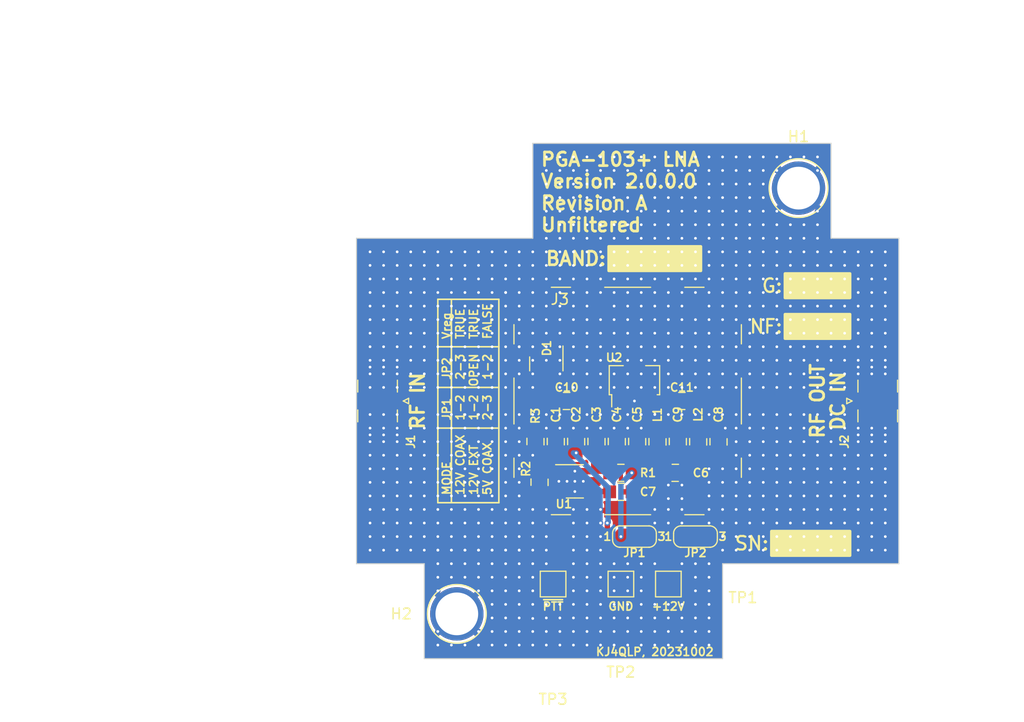
<source format=kicad_pcb>
(kicad_pcb (version 20221018) (generator pcbnew)

  (general
    (thickness 1.6)
  )

  (paper "A")
  (title_block
    (title "PGA-103+ Preamplifier, Version 2.0.0.0")
    (date "2024-03-11")
    (rev "A")
    (company "VTGS, GSN-SDA")
    (comment 1 "Preamplifier for VHF/UHF Satellite Rx")
    (comment 2 "creativecommons.org/licenses/by/4.0/")
    (comment 3 "License: CC BY 4.0")
    (comment 4 "Author: Zach Leffke, KJ4QLP")
  )

  (layers
    (0 "F.Cu" signal)
    (31 "B.Cu" signal)
    (32 "B.Adhes" user "B.Adhesive")
    (33 "F.Adhes" user "F.Adhesive")
    (34 "B.Paste" user)
    (35 "F.Paste" user)
    (36 "B.SilkS" user "B.Silkscreen")
    (37 "F.SilkS" user "F.Silkscreen")
    (38 "B.Mask" user)
    (39 "F.Mask" user)
    (40 "Dwgs.User" user "User.Drawings")
    (41 "Cmts.User" user "User.Comments")
    (42 "Eco1.User" user "User.Eco1")
    (43 "Eco2.User" user "User.Eco2")
    (44 "Edge.Cuts" user)
    (45 "Margin" user)
    (46 "B.CrtYd" user "B.Courtyard")
    (47 "F.CrtYd" user "F.Courtyard")
    (48 "B.Fab" user)
    (49 "F.Fab" user)
    (50 "User.1" user)
    (51 "User.2" user)
    (52 "User.3" user)
    (53 "User.4" user)
    (54 "User.5" user)
    (55 "User.6" user)
    (56 "User.7" user)
    (57 "User.8" user)
    (58 "User.9" user)
  )

  (setup
    (pad_to_mask_clearance 0)
    (aux_axis_origin 120.65 107.95)
    (pcbplotparams
      (layerselection 0x00010fc_ffffffff)
      (plot_on_all_layers_selection 0x0000000_00000000)
      (disableapertmacros false)
      (usegerberextensions false)
      (usegerberattributes true)
      (usegerberadvancedattributes true)
      (creategerberjobfile true)
      (dashed_line_dash_ratio 12.000000)
      (dashed_line_gap_ratio 3.000000)
      (svgprecision 4)
      (plotframeref false)
      (viasonmask false)
      (mode 1)
      (useauxorigin false)
      (hpglpennumber 1)
      (hpglpenspeed 20)
      (hpglpendiameter 15.000000)
      (dxfpolygonmode true)
      (dxfimperialunits true)
      (dxfusepcbnewfont true)
      (psnegative false)
      (psa4output false)
      (plotreference true)
      (plotvalue true)
      (plotinvisibletext false)
      (sketchpadsonfab false)
      (subtractmaskfromsilk false)
      (outputformat 1)
      (mirror false)
      (drillshape 1)
      (scaleselection 1)
      (outputdirectory "")
    )
  )

  (net 0 "")
  (net 1 "+12V")
  (net 2 "GND")
  (net 3 "Net-(U1-BP)")
  (net 4 "Net-(JP1-C)")
  (net 5 "Net-(J1-In)")
  (net 6 "+5V")
  (net 7 "Net-(JP1-B)")
  (net 8 "Net-(J2-In)")
  (net 9 "Net-(C10-Pad2)")
  (net 10 "Net-(JP2-C)")
  (net 11 "Net-(U1-EN)")
  (net 12 "Net-(U1-OUT)")
  (net 13 "Net-(C11-Pad1)")

  (footprint "digikey-footprints:0805" (layer "F.Cu") (at 125.095 114.681 180))

  (footprint "digikey-footprints:0805" (layer "F.Cu") (at 112.395 115.57 -90))

  (footprint "TestPoint:TestPoint_Plated_Hole_D4.0mm" (layer "F.Cu") (at 104.648 127.889))

  (footprint "digikey-footprints:0805" (layer "F.Cu") (at 129.159 111.76 90))

  (footprint "digikey-footprints:0805" (layer "F.Cu") (at 113.919 111.76 -90))

  (footprint "Jumper:SolderJumper-3_P1.3mm_Open_RoundedPad1.0x1.5mm_NumberLabels" (layer "F.Cu") (at 127 120.65))

  (footprint "digikey-footprints:0805" (layer "F.Cu") (at 117.729 111.76 -90))

  (footprint "digikey-footprints:0805" (layer "F.Cu") (at 114.935 107.95))

  (footprint "digikey-footprints:0805" (layer "F.Cu") (at 121.539 111.76 -90))

  (footprint "TestPoint:TestPoint_Pad_2.0x2.0mm" (layer "F.Cu") (at 124.46 125.095))

  (footprint "Jumper:SolderJumper-3_P1.3mm_Open_RoundedPad1.0x1.5mm_NumberLabels" (layer "F.Cu") (at 121.285 120.65))

  (footprint "Connector_Coaxial:SMA_Samtec_SMA-J-P-X-ST-EM1_EdgeMount" (layer "F.Cu") (at 143.9275 107.95 90))

  (footprint "Connector_Coaxial:SMA_Samtec_SMA-J-P-X-ST-EM1_EdgeMount" (layer "F.Cu") (at 97.3725 107.95 -90))

  (footprint "digikey-footprints:0805" (layer "F.Cu") (at 115.824 111.76 -90))

  (footprint "digikey-footprints:0805" (layer "F.Cu") (at 125.73 107.95))

  (footprint "digikey-footprints:0805" (layer "F.Cu") (at 120.015 116.459 180))

  (footprint "digikey-footprints:0805" (layer "F.Cu") (at 123.444 111.76 90))

  (footprint "TestPoint:TestPoint_Plated_Hole_D4.0mm" (layer "F.Cu") (at 136.652 88.011))

  (footprint "digikey-footprints:0805" (layer "F.Cu") (at 119.634 111.76 -90))

  (footprint "digikey-footprints:0805" (layer "F.Cu") (at 127.254 111.76 90))

  (footprint "digikey-footprints:0805" (layer "F.Cu") (at 120.015 114.681))

  (footprint "Package_TO_SOT_SMD:SOT-23-5" (layer "F.Cu") (at 115.7025 115.475))

  (footprint "Package_TO_SOT_SMD:SOT-23" (layer "F.Cu") (at 113.03 104.4725 -90))

  (footprint "digikey-footprints:0805" (layer "F.Cu") (at 112.014 111.76 -90))

  (footprint "TestPoint:TestPoint_Pad_2.0x2.0mm" (layer "F.Cu") (at 113.665 125.095))

  (footprint "TestPoint:TestPoint_Pad_2.0x2.0mm" (layer "F.Cu") (at 120.015 125.095))

  (footprint "Package_TO_SOT_SMD:SOT-89-3" (layer "F.Cu") (at 121.285 106 90))

  (footprint "RF_Shielding:Wuerth_36103205_20x20mm" (layer "F.Cu") (at 120.65 107.95))

  (footprint "digikey-footprints:0805" (layer "F.Cu") (at 125.349 111.76 -90))

  (gr_line (start 102.87 98.425) (end 108.585 98.425)
    (stroke (width 0.15) (type default)) (layer "F.SilkS") (tstamp 0234a26a-8edf-4e3d-933b-2e6fdcb0265a))
  (gr_line (start 108.585 98.425) (end 108.585 117.475)
    (stroke (width 0.15) (type default)) (layer "F.SilkS") (tstamp 6cff8e09-9970-4b74-8b6d-70b74f8bbc22))
  (gr_line (start 104.14 98.425) (end 104.14 117.475)
    (stroke (width 0.15) (type default)) (layer "F.SilkS") (tstamp 813c96a9-9554-42b4-834d-c21ee5bb76b3))
  (gr_line (start 102.87 117.475) (end 108.585 117.475)
    (stroke (width 0.15) (type default)) (layer "F.SilkS") (tstamp da1ad703-3c42-4089-8ba0-390b8fb4114f))
  (gr_line (start 102.87 106.68) (end 108.585 106.68)
    (stroke (width 0.15) (type default)) (layer "F.SilkS") (tstamp dd3b761c-3e78-4da2-a3bf-6a1ea775323e))
  (gr_line (start 102.87 110.49) (end 108.585 110.49)
    (stroke (width 0.15) (type default)) (layer "F.SilkS") (tstamp e022e53c-215b-4445-b3c2-2b2770ba4951))
  (gr_line (start 102.87 102.87) (end 108.585 102.87)
    (stroke (width 0.15) (type default)) (layer "F.SilkS") (tstamp e9ee23bc-decd-4c36-b539-fa7eba5383c6))
  (gr_line (start 102.87 98.425) (end 102.87 117.475)
    (stroke (width 0.15) (type default)) (layer "F.SilkS") (tstamp eeacab82-04bd-420e-8a7a-48399ee76b47))
  (gr_line (start 139.7 92.71) (end 139.7 83.82)
    (stroke (width 0.1) (type default)) (layer "Edge.Cuts") (tstamp 1719faba-9db7-455b-822f-a797c67ab235))
  (gr_line (start 101.6 132.08) (end 129.54 132.08)
    (stroke (width 0.1) (type default)) (layer "Edge.Cuts") (tstamp 3566809e-fb58-4c26-a635-41b92a977b29))
  (gr_line (start 101.6 123.19) (end 101.6 132.08)
    (stroke (width 0.1) (type default)) (layer "Edge.Cuts") (tstamp 3ed20229-862d-40af-9798-e5d2e1ca9da8))
  (gr_line (start 146.05 92.71) (end 146.05 123.19)
    (stroke (width 0.1) (type default)) (layer "Edge.Cuts") (tstamp 44704f9c-47d3-4040-b2d1-478f81eca096))
  (gr_line (start 129.54 123.19) (end 146.05 123.19)
    (stroke (width 0.1) (type default)) (layer "Edge.Cuts") (tstamp 47dc181d-e2b4-4246-9a8c-f281edee1d7a))
  (gr_line (start 95.25 92.71) (end 95.25 123.19)
    (stroke (width 0.1) (type default)) (layer "Edge.Cuts") (tstamp 55f1b2f5-e0d4-4539-9bc6-f848432de59f))
  (gr_line (start 111.76 83.82) (end 111.76 92.71)
    (stroke (width 0.1) (type default)) (layer "Edge.Cuts") (tstamp a1da6eb8-07d1-498e-91dd-b40f1e0e7477))
  (gr_line (start 111.76 92.71) (end 95.25 92.71)
    (stroke (width 0.1) (type default)) (layer "Edge.Cuts") (tstamp b1c1facd-7448-4a9a-a069-38eb7d3687cb))
  (gr_line (start 146.05 92.71) (end 139.7 92.71)
    (stroke (width 0.1) (type default)) (layer "Edge.Cuts") (tstamp c7e47191-eac3-41a4-bf44-1b42e47b7b2b))
  (gr_line (start 95.25 123.19) (end 101.6 123.19)
    (stroke (width 0.1) (type default)) (layer "Edge.Cuts") (tstamp d516b84d-ea0a-4303-8ea5-d69f8a95ca49))
  (gr_line (start 129.54 132.08) (end 129.54 123.19)
    (stroke (width 0.1) (type default)) (layer "Edge.Cuts") (tstamp d7618115-09ab-4467-b23d-72fccb869d31))
  (gr_line (start 139.7 83.82) (end 111.76 83.82)
    (stroke (width 0.1) (type default)) (layer "Edge.Cuts") (tstamp e952047f-14c5-4ee2-9f83-dbe136905528))
  (gr_text "TRUE" (at 105.41 102.235 90) (layer "F.SilkS") (tstamp 016ef03d-b521-4fc2-bc73-fab6d55c3fe7)
    (effects (font (size 0.762 0.762) (thickness 0.1524) bold) (justify left bottom))
  )
  (gr_text "RF IN" (at 100.965 107.95 90) (layer "F.SilkS") (tstamp 0a507c34-e8f3-451e-9605-2a7a369b8eb6)
    (effects (font (size 1.27 1.27) (thickness 0.254) bold))
  )
  (gr_text "+12V" (at 124.46 127.635) (layer "F.SilkS") (tstamp 16ff8c01-0500-4c0a-9cd4-845f645dbee3)
    (effects (font (size 0.762 0.762) (thickness 0.1524) bold) (justify bottom))
  )
  (gr_text "1-2" (at 107.95 106.045 90) (layer "F.SilkS") (tstamp 1c1ac525-b1a4-473b-b2fe-adc2665fc1c5)
    (effects (font (size 0.762 0.762) (thickness 0.1524) bold) (justify left bottom))
  )
  (gr_text "GND" (at 120.015 127.635) (layer "F.SilkS") (tstamp 249de3e1-b556-4565-958f-17946f4c5e32)
    (effects (font (size 0.762 0.762) (thickness 0.1524) bold) (justify bottom))
  )
  (gr_text "5V COAX" (at 107.95 116.84 90) (layer "F.SilkS") (tstamp 260ec5e9-5c37-4cca-ac5c-ac7b77a02ec1)
    (effects (font (size 0.762 0.762) (thickness 0.1524) bold) (justify left bottom))
  )
  (gr_text "1-2" (at 105.41 109.855 90) (layer "F.SilkS") (tstamp 26960608-97d6-4367-a7d3-ea30c0a3ba19)
    (effects (font (size 0.762 0.762) (thickness 0.1524) bold) (justify left bottom))
  )
  (gr_text "2-3" (at 107.95 109.855 90) (layer "F.SilkS") (tstamp 3193a16e-d8f6-49e5-bd77-72004936b10d)
    (effects (font (size 0.762 0.762) (thickness 0.1524) bold) (justify left bottom))
  )
  (gr_text "KJ4QLP, 20231002" (at 123.19 131.445) (layer "F.SilkS") (tstamp 33b23146-b651-4d89-8374-6ffe9679303f)
    (effects (font (size 0.762 0.762) (thickness 0.1524) bold))
  )
  (gr_text "G:" (at 135.255 97.155) (layer "F.SilkS") (tstamp 51dc9468-2ce1-435c-83a2-5ea536ffe5b8)
    (effects (font (size 1.27 1.27) (thickness 0.2032)) (justify right))
  )
  (gr_text "JP2" (at 104.14 106.045 90) (layer "F.SilkS") (tstamp 5eacd801-9adc-492a-aa0f-54484fba4ba9)
    (effects (font (size 0.762 0.762) (thickness 0.1524) bold) (justify left bottom))
  )
  (gr_text "~{PTT}" (at 113.665 127.635) (layer "F.SilkS") (tstamp 69291f9b-74df-486c-801a-70aa30129398)
    (effects (font (size 0.762 0.762) (thickness 0.1524) bold) (justify bottom))
  )
  (gr_text "RF OUT" (at 138.43 107.95 90) (layer "F.SilkS") (tstamp 69b7d38a-dbfd-4429-b286-a1964be290c5)
    (effects (font (size 1.27 1.27) (thickness 0.254) bold))
  )
  (gr_text "BAND:" (at 118.745 94.615) (layer "F.SilkS") (tstamp 702a1308-6534-472f-a4c1-573c5b972045)
    (effects (font (size 1.27 1.27) (thickness 0.254) bold) (justify right))
  )
  (gr_text "SN:" (at 133.985 121.285) (layer "F.SilkS") (tstamp 728da162-62ad-4d4d-95ca-3957de7f02eb)
    (effects (font (size 1.27 1.27) (thickness 0.2032)) (justify right))
  )
  (gr_text "FALSE" (at 107.95 102.235 90) (layer "F.SilkS") (tstamp 75f00925-de30-4157-8186-d982cafbd907)
    (effects (font (size 0.762 0.762) (thickness 0.1524) bold) (justify left bottom))
  )
  (gr_text "MODE" (at 104.14 116.84 90) (layer "F.SilkS") (tstamp 80a01612-0942-43a7-a74e-2a29da5cfcdc)
    (effects (font (size 0.762 0.762) (thickness 0.1524) bold) (justify left bottom))
  )
  (gr_text "12V COAX" (at 105.41 116.84 90) (layer "F.SilkS") (tstamp 92fe22dc-740d-4983-8a30-6439a73d9fb1)
    (effects (font (size 0.762 0.762) (thickness 0.1524) bold) (justify left bottom))
  )
  (gr_text "Vreg" (at 104.14 102.235 90) (layer "F.SilkS") (tstamp 98d7823e-bdd7-4dbe-9388-973c95779382)
    (effects (font (size 0.762 0.762) (thickness 0.1524) bold) (justify left bottom))
  )
  (gr_text "NF:" (at 135.255 100.965) (layer "F.SilkS") (tstamp 9d5ac7a5-baa2-404b-b7c4-9c1ccebce37b)
    (effects (font (size 1.27 1.27) (thickness 0.2032)) (justify right))
  )
  (gr_text "JP1" (at 104.14 109.855 90) (layer "F.SilkS") (tstamp bb940331-2232-4447-9e04-31df12bf2d2c)
    (effects (font (size 0.762 0.762) (thickness 0.1524) bold) (justify left bottom))
  )
  (gr_text "2-3" (at 105.41 106.045 90) (layer "F.SilkS") (tstamp cfeede28-6706-4325-a5d9-f583f34d2c88)
    (effects (font (size 0.762 0.762) (thickness 0.1524) bold) (justify left bottom))
  )
  (gr_text "12V EXT" (at 106.68 116.84 90) (layer "F.SilkS") (tstamp d8e34dc9-b338-42a3-b6fa-15683295a56d)
    (effects (font (size 0.762 0.762) (thickness 0.1524) bold) (justify left bottom))
  )
  (gr_text "PGA-103+ LNA\nVersion 2.0.0.0\nRevision A\nUnfiltered" (at 112.395 88.392) (layer "F.SilkS") (tstamp eb227fb1-d16a-49d4-b156-58062e28db9c)
    (effects (font (size 1.27 1.27) (thickness 0.254) bold) (justify left))
  )
  (gr_text "OPEN" (at 106.68 106.68 90) (layer "F.SilkS") (tstamp ef74900a-f157-45ee-b57b-561336e1be5b)
    (effects (font (size 0.762 0.762) (thickness 0.1524) bold) (justify left bottom))
  )
  (gr_text "DC IN" (at 140.335 107.95 90) (layer "F.SilkS") (tstamp f26b25f6-f27f-4966-9f33-cb12e661ad85)
    (effects (font (size 1.27 1.27) (thickness 0.254) bold))
  )
  (gr_text "1-2" (at 106.68 109.855 90) (layer "F.SilkS") (tstamp f880ebeb-8ad3-4b1e-85ac-74ed3a63b988)
    (effects (font (size 0.762 0.762) (thickness 0.1524) bold) (justify left bottom))
  )
  (gr_text "TRUE" (at 106.68 102.235 90) (layer "F.SilkS") (tstamp fdd7c1d3-ac10-4ce6-9128-b591d55f1125)
    (effects (font (size 0.762 0.762) (thickness 0.1524) bold) (justify left bottom))
  )
  (dimension (type aligned) (layer "Dwgs.User") (tstamp 095619ca-f68c-416f-bd24-481e1d0777fc)
    (pts (xy 139.7 92.71) (xy 146.05 92.71))
    (height -14.605)
    (gr_text "250.0000 mils" (at 146.685 76.835) (layer "Dwgs.User") (tstamp 095619ca-f68c-416f-bd24-481e1d0777fc)
      (effects (font (size 1 1) (thickness 0.15)))
    )
    (format (prefix "") (suffix "") (units 3) (units_format 1) (precision 4))
    (style (thickness 0.15) (arrow_length 1.27) (text_position_mode 2) (extension_height 0.58642) (extension_offset 0.5) keep_text_aligned)
  )
  (dimension (type aligned) (layer "Dwgs.User") (tstamp 41d97718-1fac-46fd-8794-b1cefd0b58d5)
    (pts (xy 139.7 83.82) (xy 111.76 83.82))
    (height 5.715)
    (gr_text "1100.0000 mils" (at 125.73 76.955) (layer "Dwgs.User") (tstamp 41d97718-1fac-46fd-8794-b1cefd0b58d5)
      (effects (font (size 1 1) (thickness 0.15)))
    )
    (format (prefix "") (suffix "") (units 3) (units_format 1) (precision 4))
    (style (thickness 0.15) (arrow_length 1.27) (text_position_mode 0) (extension_height 0.58642) (extension_offset 0.5) keep_text_aligned)
  )
  (dimension (type aligned) (layer "Dwgs.User") (tstamp 879b44eb-c21f-4004-a5a8-b481242a177e)
    (pts (xy 101.6 132.08) (xy 129.54 132.08))
    (height 5.08)
    (gr_text "1100.0000 mils" (at 115.57 136.01) (layer "Dwgs.User") (tstamp 879b44eb-c21f-4004-a5a8-b481242a177e)
      (effects (font (size 1 1) (thickness 0.15)))
    )
    (format (prefix "") (suffix "") (units 3) (units_format 1) (precision 4))
    (style (thickness 0.15) (arrow_length 1.27) (text_position_mode 0) (extension_height 0.58642) (extension_offset 0.5) keep_text_aligned)
  )
  (dimension (type aligned) (layer "Dwgs.User") (tstamp 8d3e4383-db7f-43fa-a639-5faa7d7763aa)
    (pts (xy 95.25 92.71) (xy 146.05 92.71))
    (height -20.32)
    (gr_text "2000.0000 mils" (at 120.65 71.24) (layer "Dwgs.User") (tstamp 8d3e4383-db7f-43fa-a639-5faa7d7763aa)
      (effects (font (size 1 1) (thickness 0.15)))
    )
    (format (prefix "") (suffix "") (units 3) (units_format 1) (precision 4))
    (style (thickness 0.15) (arrow_length 1.27) (text_position_mode 0) (extension_height 0.58642) (extension_offset 0.5) keep_text_aligned)
  )
  (dimension (type aligned) (layer "Dwgs.User") (tstamp 90c3da30-0106-422e-8e4f-790eba48097d)
    (pts (xy 95.25 92.71) (xy 95.25 123.19))
    (height 19.685)
    (gr_text "1200.0000 mils" (at 74.415 107.95 90) (layer "Dwgs.User") (tstamp 90c3da30-0106-422e-8e4f-790eba48097d)
      (effects (font (size 1 1) (thickness 0.15)))
    )
    (format (prefix "") (suffix "") (units 3) (units_format 1) (precision 4))
    (style (thickness 0.15) (arrow_length 1.27) (text_position_mode 0) (extension_height 0.58642) (extension_offset 0.5) keep_text_aligned)
  )
  (dimension (type aligned) (layer "Dwgs.User") (tstamp a86e9ba4-8c73-495a-94cf-13434d1a21b9)
    (pts (xy 139.7 83.82) (xy 139.7 92.71))
    (height -12.7)
    (gr_text "350.0000 mils" (at 151.25 88.265 90) (layer "Dwgs.User") (tstamp a86e9ba4-8c73-495a-94cf-13434d1a21b9)
      (effects (font (size 1 1) (thickness 0.15)))
    )
    (format (prefix "") (suffix "") (units 3) (units_format 1) (precision 4))
    (style (thickness 0.15) (arrow_length 1.27) (text_position_mode 0) (extension_height 0.58642) (extension_offset 0.5) keep_text_aligned)
  )
  (dimension (type aligned) (layer "Dwgs.User") (tstamp f062ce3f-535d-4805-adef-891f78f8b466)
    (pts (xy 95.25 83.82) (xy 95.25 132.08))
    (height 27.305)
    (gr_text "1900.0000 mils" (at 66.795 107.95 90) (layer "Dwgs.User") (tstamp f062ce3f-535d-4805-adef-891f78f8b466)
      (effects (font (size 1 1) (thickness 0.15)))
    )
    (format (prefix "") (suffix "") (units 3) (units_format 1) (precision 4))
    (style (thickness 0.15) (arrow_length 1.27) (text_position_mode 0) (extension_height 0.58642) (extension_offset 0.5) keep_text_aligned)
  )

  (segment (start 128.27 121.92) (end 128.27 120.68) (width 0.508) (layer "F.Cu") (net 1) (tstamp 0024d1d0-67fe-487b-92e8-6e5da463a703))
  (segment (start 113.665 112.81) (end 113.665 114.525) (width 0.508) (layer "F.Cu") (net 1) (tstamp 06aa2056-d92f-4280-a9e5-0c13b0d4051e))
  (segment (start 119.38 121.92) (end 118.745 121.285) (width 0.508) (layer "F.Cu") (net 1) (tstamp 0f4050a2-d9e6-4785-8ca9-9589a030c1b4))
  (segment (start 124.46 121.92) (end 119.38 121.92) (width 0.508) (layer "F.Cu") (net 1) (tstamp 2449054b-0aa6-497b-80d0-95fdf7782061))
  (segment (start 128.27 121.92) (end 124.46 121.92) (width 0.508) (layer "F.Cu") (net 1) (tstamp 535c1709-cb25-4a31-adb7-6b672c63d1aa))
  (segment (start 124.46 125.095) (end 124.46 121.92) (width 0.508) (layer "F.Cu") (net 1) (tstamp 69e1611b-e2b5-4268-998b-de7774b14f15))
  (segment (start 128.27 120.68) (end 128.3 120.65) (width 0.508) (layer "F.Cu") (net 1) (tstamp 9db8b560-2b4f-47c6-9e10-62faf65968fe))
  (segment (start 112.4 114.525) (end 112.395 114.52) (width 0.508) (layer "F.Cu") (net 1) (tstamp a2029f14-951f-4801-8a03-1156472062ad))
  (segment (start 114.565 114.525) (end 113.665 114.525) (width 0.508) (layer "F.Cu") (net 1) (tstamp a83e498d-33dc-496d-b49d-3cd76da27415))
  (segment (start 115.824 112.81) (end 113.919 112.81) (width 1.016) (layer "F.Cu") (net 1) (tstamp d334173c-55d7-4bab-b706-a3cd0d199968))
  (segment (start 118.745 121.285) (end 118.745 119.38) (width 0.508) (layer "F.Cu") (net 1) (tstamp df08f743-4f71-4957-a142-4cc33985121a))
  (segment (start 113.665 114.525) (end 112.4 114.525) (width 0.508) (layer "F.Cu") (net 1) (tstamp fb5b6f9e-8b6f-4b6d-afeb-2f3510e9b40a))
  (via (at 118.745 119.38) (size 0.508) (drill 0.254) (layers "F.Cu" "B.Cu") (net 1) (tstamp 0ab01940-ec6d-4471-885b-cbe63d16a9d1))
  (via (at 115.824 112.81) (size 0.508) (drill 0.254) (layers "F.Cu" "B.Cu") (net 1) (tstamp e3568b7e-55f6-4ce0-8719-4d301da8539d))
  (segment (start 118.745 119.38) (end 118.818 119.307) (width 0.508) (layer "B.Cu") (net 1) (tstamp 3b7ba408-a6c0-402c-9839-099a88b4f5ef))
  (segment (start 118.818 119.307) (end 118.818 116.058) (width 0.508) (layer "B.Cu") (net 1) (tstamp 7dc737b1-1361-4492-8486-00af4564eaed))
  (segment (start 118.818 116.058) (end 115.57 112.81) (width 0.508) (layer "B.Cu") (net 1) (tstamp c875d1bd-f109-45b4-a69f-1d6010b65be8))
  (via (at 129.54 97.79) (size 0.508) (drill 0.254) (layers "F.Cu" "B.Cu") (free) (net 2) (tstamp 0028ec4f-4318-4983-8fcb-e2bff8a9049c))
  (via (at 107.95 105.41) (size 0.508) (drill 0.254) (layers "F.Cu" "B.Cu") (free) (net 2) (tstamp 00415744-59a6-44ef-8f71-739a3654a4a6))
  (via (at 115.57 123.19) (size 0.508) (drill 0.254) (layers "F.Cu" "B.Cu") (free) (net 2) (tstamp 00766a2d-6e3c-4c31-858d-9312010114ff))
  (via (at 110.49 97.79) (size 0.508) (drill 0.254) (layers "F.Cu" "B.Cu") (free) (net 2) (tstamp 007e66b9-d8c9-4fad-98a9-246691a6be52))
  (via (at 134.62 114.3) (size 0.508) (drill 0.254) (layers "F.Cu" "B.Cu") (free) (net 2) (tstamp 00b4868d-ea05-4385-8465-9fa03e945f95))
  (via (at 132.08 85.09) (size 0.508) (drill 0.254) (layers "F.Cu" "B.Cu") (free) (net 2) (tstamp 010cf647-5e18-4234-b536-26e7f609f64c))
  (via (at 96.52 114.3) (size 0.508) (drill 0.254) (layers "F.Cu" "B.Cu") (free) (net 2) (tstamp 011a78d1-8118-4f3f-9ac0-24e2aa523f10))
  (via (at 110.49 96.52) (size 0.508) (drill 0.254) (layers "F.Cu" "B.Cu") (free) (net 2) (tstamp 0164c76b-9499-4bcf-8c6f-23e28a03c27c))
  (via (at 127 88.9) (size 0.508) (drill 0.254) (layers "F.Cu" "B.Cu") (free) (net 2) (tstamp 01c2ccff-7cf2-429c-a4a0-1ddc532779e7))
  (via (at 130.81 96.52) (size 0.508) (drill 0.254) (layers "F.Cu" "B.Cu") (free) (net 2) (tstamp 01d5f3cb-0e02-4ac4-84ec-b8a5a348d11b))
  (via (at 129.54 85.09) (size 0.508) (drill 0.254) (layers "F.Cu" "B.Cu") (free) (net 2) (tstamp 02433356-7500-4490-ac54-589029ad6ff7))
  (via (at 119.38 99.06) (size 0.508) (drill 0.254) (layers "F.Cu" "B.Cu") (free) (net 2) (tstamp 029ee3ab-dabb-407b-a66e-29578168c93a))
  (via (at 101.6 102.87) (size 0.508) (drill 0.254) (layers "F.Cu" "B.Cu") (free) (net 2) (tstamp 02b1023c-b8bb-4167-81a0-50d8660c3165))
  (via (at 104.14 115.57) (size 0.508) (drill 0.254) (layers "F.Cu" "B.Cu") (free) (net 2) (tstamp 02daf2e0-802f-4371-8cfa-463b5c4be2dc))
  (via (at 135.89 110.49) (size 0.508) (drill 0.254) (layers "F.Cu" "B.Cu") (free) (net 2) (tstamp 0308e8a4-f975-4832-a4b5-6073b83493fa))
  (via (at 107.95 128.27) (size 0.508) (drill 0.254) (layers "F.Cu" "B.Cu") (free) (net 2) (tstamp 032e0da4-79a0-4f6e-b99f-da2def4322d6))
  (via (at 105.41 99.06) (size 0.508) (drill 0.254) (layers "F.Cu" "B.Cu") (free) (net 2) (tstamp 037a1fe1-55b7-464c-a4b4-a565ee9b41ad))
  (via (at 102.87 121.92) (size 0.508) (drill 0.254) (layers "F.Cu" "B.Cu") (free) (net 2) (tstamp 03c2bbd6-f9d7-46f1-9bca-d522aa0ceec0))
  (via (at 113.03 86.36) (size 0.508) (drill 0.254) (layers "F.Cu" "B.Cu") (free) (net 2) (tstamp 046a6cda-1a3c-4d3e-814a-84a221bf608c))
  (via (at 115.57 104.14) (size 0.508) (drill 0.254) (layers "F.Cu" "B.Cu") (free) (net 2) (tstamp 048852a3-b089-40bc-84af-78c58928ef3c))
  (via (at 109.22 127) (size 0.508) (drill 0.254) (layers "F.Cu" "B.Cu") (free) (net 2) (tstamp 04c49f77-7e92-40f8-a799-500b8d6c2dab))
  (via (at 113.03 104.14) (size 0.508) (drill 0.254) (layers "F.Cu" "B.Cu") (free) (net 2) (tstamp 04f112ac-b467-4e51-a7d3-374f0447cca4))
  (via (at 121.92 109.22) (size 0.508) (drill 0.254) (layers "F.Cu" "B.Cu") (free) (net 2) (tstamp 054ba5f8-3586-4967-bc4d-40c4b912eea7))
  (via (at 110.49 120.65) (size 0.508) (drill 0.254) (layers "F.Cu" "B.Cu") (free) (net 2) (tstamp 056296ef-89a6-48f9-83c1-3b7f3ceaaeb6))
  (via (at 121.92 125.73) (size 0.508) (drill 0.254) (layers "F.Cu" "B.Cu") (free) (net 2) (tstamp 05b994db-eb51-4ae0-9e2c-1d619e2b64d9))
  (via (at 119.38 127) (size 0.508) (drill 0.254) (layers "F.Cu" "B.Cu") (free) (net 2) (tstamp 05bdabd4-1295-4682-a8a3-40d821c800ec))
  (via (at 137.16 101.6) (size 0.508) (drill 0.254) (layers "F.Cu" "B.Cu") (free) (net 2) (tstamp 06de9d36-7b1e-4020-9825-5334d5a8fa86))
  (via (at 100.33 115.57) (size 0.508) (drill 0.254) (layers "F.Cu" "B.Cu") (free) (net 2) (tstamp 06f958e3-58b5-450f-a11b-d51af174a442))
  (via (at 115.57 86.36) (size 0.508) (drill 0.254) (layers "F.Cu" "B.Cu") (free) (net 2) (tstamp 071c8ff1-cf5c-4792-a1b2-e5e0135a22a2))
  (via (at 99.06 99.06) (size 0.508) (drill 0.254) (layers "F.Cu" "B.Cu") (free) (net 2) (tstamp 0782c2e5-dbab-4bf3-a34f-d84f3db88662))
  (via (at 140.97 95.25) (size 0.508) (drill 0.254) (layers "F.Cu" "B.Cu") (free) (net 2) (tstamp 082ecd56-c0b9-45d7-8d02-cd0bef9c11d8))
  (via (at 135.89 99.06) (size 0.508) (drill 0.254) (layers "F.Cu" "B.Cu") (free) (net 2) (tstamp 084af975-cef3-4ac9-9038-956b8a137cc5))
  (via (at 127 125.73) (size 0.508) (drill 0.254) (layers "F.Cu" "B.Cu") (free) (net 2) (tstamp 0882ad3d-85b7-4387-8a78-95d617db31d2))
  (via (at 106.68 100.33) (size 0.508) (drill 0.254) (layers "F.Cu" "B.Cu") (free) (net 2) (tstamp 0895dd07-61a7-4279-9c17-cfcbd2b22304))
  (via (at 139.7 110.49) (size 0.508) (drill 0.254) (layers "F.Cu" "B.Cu") (free) (net 2) (tstamp 08af82f7-5220-41a7-86dc-7fe0ed8ca3e3))
  (via (at 132.08 100.33) (size 0.508) (drill 0.254) (layers "F.Cu" "B.Cu") (free) (net 2) (tstamp 08fd2e31-c3dd-4a1b-b3fa-e69e04da4b16))
  (via (at 111.76 101.6) (size 0.508) (drill 0.254) (layers "F.Cu" "B.Cu") (free) (net 2) (tstamp 094a9f9d-97e8-48cd-bbc5-9e295d4d911b))
  (via (at 110.49 125.73) (size 0.508) (drill 0.254) (layers "F.Cu" "B.Cu") (free) (net 2) (tstamp 096bb9fc-46cf-4af2-aa90-d05c6972de23))
  (via (at 132.08 116.84) (size 0.508) (drill 0.254) (layers "F.Cu" "B.Cu") (free) (net 2) (tstamp 096f28f4-04ba-407f-85d9-007db3d720b8))
  (via (at 118.11 95.25) (size 0.508) (drill 0.254) (layers "F.Cu" "B.Cu") (free) (net 2) (tstamp 09cabcbc-9220-4a05-a003-f8d3a66ec7ac))
  (via (at 105.41 115.57) (size 0.508) (drill 0.254) (layers "F.Cu" "B.Cu") (free) (net 2) (tstamp 09cfbde6-c11c-4f32-ba43-13429af808dc))
  (via (at 96.52 99.06) (size 0.508) (drill 0.254) (layers "F.Cu" "B.Cu") (free) (net 2) (tstamp 0a057aa1-3519-4011-b366-52cbec506c09))
  (via (at 97.79 119.38) (size 0.508) (drill 0.254) (layers "F.Cu" "B.Cu") (free) (net 2) (tstamp 0a3b2933-e1b0-4d49-8ffc-ef26faef2041))
  (via (at 137.16 97.79) (size 0.508) (drill 0.254) (layers "F.Cu" "B.Cu") (free) (net 2) (tstamp 0a5c9e47-7564-4b1a-8a35-c2444ee9f6a7))
  (via (at 133.35 86.36) (size 0.508) (drill 0.254) (layers "F.Cu" "B.Cu") (free) (net 2) (tstamp 0aee3b1b-10ab-4227-93a8-51e4214b0d17))
  (via (at 138.43 99.06) (size 0.508) (drill 0.254) (layers "F.Cu" "B.Cu") (free) (net 2) (tstamp 0baca5d8-c68e-434e-b88a-668ae56cee6a))
  (via (at 116.84 109.22) (size 0.508) (drill 0.254) (layers "F.Cu" "B.Cu") (free) (net 2) (tstamp 0bd3babf-52ac-4b26-a743-2a2b810aad5a))
  (via (at 97.79 118.11) (size 0.508) (drill 0.254) (layers "F.Cu" "B.Cu") (free) (net 2) (tstamp 0c750aaf-2979-4300-9209-9c3dbbd189c0))
  (via (at 96.52 102.87) (size 0.508) (drill 0.254) (layers "F.Cu" "B.Cu") (free) (net 2) (tstamp 0d4a7548-4e84-46a6-8eaa-54eaa8e77563))
  (via (at 138.43 115.57) (size 0.508) (drill 0.254) (layers "F.Cu" "B.Cu") (free) (net 2) (tstamp 0d7291ef-fcc2-434f-8532-0d64ec8420f9))
  (via (at 113.03 127) (size 0.508) (drill 0.254) (layers "F.Cu" "B.Cu") (free) (net 2) (tstamp 0d7717f6-94d6-4f71-8a9b-b1797bc0c811))
  (via (at 97.79 100.33) (size 0.508) (drill 0.254) (layers "F.Cu" "B.Cu") (free) (net 2) (tstamp 0dc5484d-1d71-47fb-9dab-85800790245f))
  (via (at 128.27 99.06) (size 0.508) (drill 0.254) (layers "F.Cu" "B.Cu") (free) (net 2) (tstamp 0dec0cbf-1f2f-4891-a61d-23a24c95874d))
  (via (at 135.89 121.92) (size 0.508) (drill 0.254) (layers "F.Cu" "B.Cu") (free) (net 2) (tstamp 0e0d106a-9fc4-415d-9946-0251608cbcef))
  (via (at 121.92 88.9) (size 0.508) (drill 0.254) (layers "F.Cu" "B.Cu") (free) (net 2) (tstamp 0edf700d-84ea-42f9-b52b-069658ed9a2b))
  (via (at 134.62 110.49) (size 0.508) (drill 0.254) (layers "F.Cu" "B.Cu") (free) (net 2) (tstamp 0ef98798-3748-40eb-8ea7-43f289d3deea))
  (via (at 129.54 109.22) (size 0.508) (drill 0.254) (layers "F.Cu" "B.Cu") (free) (net 2) (tstamp 0f0ccf90-0eba-48ed-a75c-3b5ac607a491))
  (via (at 140.97 93.98) (size 0.508) (drill 0.254) (layers "F.Cu" "B.Cu") (free) (net 2) (tstamp 0f3e57e4-e81b-437a-8e90-33d34fb82ad1))
  (via (at 123.19 91.44) (size 0.508) (drill 0.254) (layers "F.Cu" "B.Cu") (free) (net 2) (tstamp 0fba6804-4759-4d0b-b383-84615e21e014))
  (via (at 133.35 120.65) (size 0.508) (drill 0.254) (layers "F.Cu" "B.Cu") (free) (net 2) (tstamp 0fe7ab57-01ea-433c-884a-71108fe571a2))
  (via (at 118.11 101.6) (size 0.508) (drill 0.254) (layers "F.Cu" "B.Cu") (free) (net 2) (tstamp 0feb90c8-edce-4dfb-b48c-f9be08ce5386))
  (via (at 109.22 116.84) (size 0.508) (drill 0.254) (layers "F.Cu" "B.Cu") (free) (net 2) (tstamp 1095d60f-4563-4d2b-a22d-d4554c20b607))
  (via (at 104.14 110.49) (size 0.508) (drill 0.254) (layers "F.Cu" "B.Cu") (free) (net 2) (tstamp 10ad51fe-bf1b-47ff-8a74-5b495f7ba84c))
  (via (at 140.97 119.38) (size 0.508) (drill 0.254) (layers "F.Cu" "B.Cu") (free) (net 2) (tstamp 1163ad21-32ba-4f1c-b32e-40e3159cfc83))
  (via (at 106.68 125.73) (size 0.508) (drill 0.254) (layers "F.Cu" "B.Cu") (free) (net 2) (tstamp 11898286-8bb8-40e8-b5ac-2b83ba1406f9))
  (via (at 135.89 100.33) (size 0.508) (drill 0.254) (layers "F.Cu" "B.Cu") (free) (net 2) (tstamp 11a87a6d-3f75-45c4-9632-e240b91bba1b))
  (via (at 109.22 96.52) (size 0.508) (drill 0.254) (layers "F.Cu" "B.Cu") (free) (net 2) (tstamp 11ad6e42-94e2-4b72-a607-57b88ab9aceb))
  (via (at 124.46 106.68) (size 0.508) (drill 0.254) (layers "F.Cu" "B.Cu") (free) (net 2) (tstamp 11f92fa2-b285-4e02-bb98-567e80210dac))
  (via (at 104.14 97.79) (size 0.508) (drill 0.254) (layers "F.Cu" "B.Cu") (free) (net 2) (tstamp 12e4b728-6d6f-4e32-ab03-e1642e6ff410))
  (via (at 106.68 120.65) (size 0.508) (drill 0.254) (layers "F.Cu" "B.Cu") (free) (net 2) (tstamp 12f2926e-729f-4318-b544-d3bab261cd42))
  (via (at 96.52 115.57) (size 0.508) (drill 0.254) (layers "F.Cu" "B.Cu") (free) (net 2) (tstamp 12fd5705-09f6-48af-b82e-79da94bbdde3))
  (via (at 139.7 114.3) (size 0.508) (drill 0.254) (layers "F.Cu" "B.Cu") (free) (net 2) (tstamp 131a9edf-7b3c-4e89-88f8-909253fcdf79))
  (via (at 124.46 101.6) (size 0.508) (drill 0.254) (layers "F.Cu" "B.Cu") (free) (net 2) (tstamp 13294fa3-5406-4514-a42a-1b03d554b343))
  (via (at 129.54 93.98) (size 0.508) (drill 0.254) (layers "F.Cu" "B.Cu") (free) (net 2) (tstamp 13ee9aab-a554-47ba-943a-1d0e8e5473d4))
  (via (at 118.11 100.33) (size 0.508) (drill 0.254) (layers "F.Cu" "B.Cu") (free) (net 2) (tstamp 1488536e-dfa1-4f84-ba12-d996aacf4151))
  (via (at 137.16 110.49) (size 0.508) (drill 0.254) (layers "F.Cu" "B.Cu") (free) (net 2) (tstamp 14b76b89-86de-4dd9-866f-a96f12951a9f))
  (via (at 142.24 99.06) (size 0.508) (drill 0.254) (layers "F.Cu" "B.Cu") (free) (net 2) (tstamp 14b7de4e-5b81-4aef-a575-7ea381ca0656))
  (via (at 118.11 88.9) (size 0.508) (drill 0.254) (layers "F.Cu" "B.Cu") (free) (net 2) (tstamp 14fbbe8c-08db-4d3d-8d36-30528627203e))
  (via (at 143.51 99.06) (size 0.508) (drill 0.254) (layers "F.Cu" "B.Cu") (free) (net 2) (tstamp 1504e880-0a95-4bfd-ab93-784d18d411e0))
  (via (at 140.97 113.03) (size 0.508) (drill 0.254) (layers "F.Cu" "B.Cu") (free) (net 2) (tstamp 1546c48e-4e75-452a-93bf-97ffadb9cc42))
  (via (at 104.14 113.03) (size 0.508) (drill 0.254) (layers "F.Cu" "B.Cu") (free) (net 2) (tstamp 1546f2d4-a64d-4f9c-8569-3bb4e5a4c6fc))
  (via (at 143.51 100.33) (size 0.508) (drill 0.254) (layers "F.Cu" "B.Cu") (free) (net 2) (tstamp 1562bbcd-5ad7-432f-96b8-f31c53f303b0))
  (via (at 113.03 88.9) (size 0.508) (drill 0.254) (layers "F.Cu" "B.Cu") (free) (net 2) (tstamp 1565ebfd-e52c-4799-854a-d16629af394d))
  (via (at 113.03 101.6) (size 0.508) (drill 0.254) (layers "F.Cu" "B.Cu") (free) (net 2) (tstamp 1571e525-3e16-48d5-b85b-80005441fc2f))
  (via (at 138.43 85.09) (size 0.508) (drill 0.254) (layers "F.Cu" "B.Cu") (free) (net 2) (tstamp 160f9175-9813-4f81-b452-e9240f07bd01))
  (via (at 101.6 110.49) (size 0.508) (drill 0.254) (layers "F.Cu" "B.Cu") (free) (net 2) (tstamp 169f1cd4-76dd-4d4a-9a0b-991763365fef))
  (via (at 127 101.6) (size 0.508) (drill 0.254) (layers "F.Cu" "B.Cu") (free) (net 2) (tstamp 16a4d5bd-7ad3-4ed3-a6b1-9d21378d3d17))
  (via (at 106.68 93.98) (size 0.508) (drill 0.254) (layers "F.Cu" "B.Cu") (free) (net 2) (tstamp 16bee4f3-4d93-448b-a6e3-fc8cbef73690))
  (via (at 110.49 102.87) (size 0.508) (drill 0.254) (layers "F.Cu" "B.Cu") (free) (net 2) (tstamp 16c971a4-7d54-4031-99b7-7c3cb8c52a5f))
  (via (at 119.38 109.22) (size 0.508) (drill 0.254) (layers "F.Cu" "B.Cu") (free) (net 2) (tstamp 16d14ea9-2989-4cb0-a0f3-e9c2ca8cf20e))
  (via (at 114.3 106.68) (size 0.508) (drill 0.254) (layers "F.Cu" "B.Cu") (free) (net 2) (tstamp 170b08c9-5cd0-43e3-9129-7a9db890184d))
  (via (at 143.51 105.41) (size 0.508) (drill 0.254) (layers "F.Cu" "B.Cu") (free) (net 2) (tstamp 171251fe-25e6-41fd-9731-64d694a67c8c))
  (via (at 118.11 92.71) (size 0.508) (drill 0.254) (layers "F.Cu" "B.Cu") (free) (net 2) (tstamp 18031209-8285-40dc-9b37-49b96cd55cbb))
  (via (at 127 102.87) (size 0.508) (drill 0.254) (layers "F.Cu" "B.Cu") (free) (net 2) (tstamp 181e3d32-33e4-4923-9afe-0bea88ae7f35))
  (via (at 144.78 114.3) (size 0.508) (drill 0.254) (layers "F.Cu" "B.Cu") (free) (net 2) (tstamp 182a13bc-079a-4e81-a3cd-24bcf40a4c31))
  (via (at 114.3 96.52) (size 0.508) (drill 0.254) (layers "F.Cu" "B.Cu") (free) (net 2) (tstamp 18bc1043-9dae-400d-9a07-52729f88fff8))
  (via (at 139.7 118.11) (size 0.508) (drill 0.254) (layers "F.Cu" "B.Cu") (free) (net 2) (tstamp 18f25899-8a0b-43fe-9c16-41e7dde2b740))
  (via (at 139.7 116.84) (size 0.508) (drill 0.254) (layers "F.Cu" "B.Cu") (free) (net 2) (tstamp 18f903cb-0f1b-4a94-b893-db96f21aad9c))
  (via (at 116.84 93.98) (size 0.508) (drill 0.254) (layers "F.Cu" "B.Cu") (free) (net 2) (tstamp 18fe1a3f-9cc6-46cb-8955-921ee395ee42))
  (via (at 138.43 91.44) (size 0.508) (drill 0.254) (layers "F.Cu" "B.Cu") (free) (net 2) (tstamp 1930e995-37ec-4184-b2f2-3263248e65a9))
  (via (at 133.35 93.98) (size 0.508) (drill 0.254) (layers "F.Cu" "B.Cu") (free) (net 2) (tstamp 195acda1-8e00-4d45-8c3e-afe99759bf68))
  (via (at 128.27 85.09) (size 0.508) (drill 0.254) (layers "F.Cu" "B.Cu") (free) (net 2) (tstamp 195c6bac-c5f0-45e2-b874-1f5a1652b35d))
  (via (at 133.35 104.14) (size 0.508) (drill 0.254) (layers "F.Cu" "B.Cu") (free) (net 2) (tstamp 196a40cc-a7b1-425c-b766-853f2efb4ab9))
  (via (at 132.08 104.14) (size 0.508) (drill 0.254) (layers "F.Cu" "B.Cu") (free) (net 2) (tstamp 19991332-b010-4ae7-badc-29dbfa062f70))
  (via (at 119.38 125.73) (size 0.508) (drill 0.254) (layers "F.Cu" "B.Cu") (free) (net 2) (tstamp 199e19ef-dc5c-48e4-8e89-3c72b07f378f))
  (via (at 130.81 114.3) (size 0.508) (drill 0.254) (layers "F.Cu" "B.Cu") (free) (net 2) (tstamp 19a1369d-dfc8-441f-8512-a89958a4a3e7))
  (via (at 140.97 109.22) (size 0.508) (drill 0.254) (layers "F.Cu" "B.Cu") (free) (net 2) (tstamp 19a9d1ba-8669-46d5-90b0-d9846807a6aa))
  (via (at 106.68 102.87) (size 0.508) (drill 0.254) (layers "F.Cu" "B.Cu") (free) (net 2) (tstamp 1a16f7cf-f76d-45ea-a9b2-79e377535a79))
  (via (at 97.79 111.76) (size 0.508) (drill 0.254) (layers "F.Cu" "B.Cu") (free) (net 2) (tstamp 1a1e330c-7849-440e-8fbb-c60423adbf49))
  (via (at 101.6 111.76) (size 0.508) (drill 0.254) (layers "F.Cu" "B.Cu") (free) (net 2) (tstamp 1a277f88-f3af-4acf-86c1-d1fb9a630b81))
  (via (at 115.57 99.06) (size 0.508) (drill 0.254) (layers "F.Cu" "B.Cu") (free) (net 2) (tstamp 1a693ad2-f06e-42a7-8ee0-9093eb59f02c))
  (via (at 114.207 115.475) (size 0.508) (drill 0.254) (layers "F.Cu" "B.Cu") (free) (net 2) (tstamp 1a859de8-89d1-435b-b8ad-fedd2f30cfc7))
  (via (at 109.22 100.33) (size 0.508) (drill 0.254) (layers "F.Cu" "B.Cu") (free) (net 2) (tstamp 1aad6916-e5d9-49da-97c1-eb1610cd8e15))
  (via (at 128.27 105.41) (size 0.508) (drill 0.254) (layers "F.Cu" "B.Cu") (free) (net 2) (tstamp 1ab58f7f-b8a7-4e6c-aad2-9bec99d82e41))
  (via (at 111.76 96.52) (size 0.508) (drill 0.254) (layers "F.Cu" "B.Cu") (free) (net 2) (tstamp 1ad22422-d988-48eb-9479-12efc1505c02))
  (via (at 119.38 97.79) (size 0.508) (drill 0.254) (layers "F.Cu" "B.Cu") (free) (net 2) (tstamp 1aee7290-c7d2-4db2-8dfb-49d7ed364c60))
  (via (at 124.46 129.54) (size 0.508) (drill 0.254) (layers "F.Cu" "B.Cu") (free) (net 2) (tstamp 1afe665a-5e1b-412f-805c-123d947b2e43))
  (via (at 121.92 85.09) (size 0.508) (drill 0.254) (layers "F.Cu" "B.Cu") (free) (net 2) (tstamp 1b2ecf23-04de-4e13-9409-a703858c62f0))
  (via (at 139.7 102.87) (size 0.508) (drill 0.254) (layers "F.Cu" "B.Cu") (free) (net 2) (tstamp 1b865c90-bc14-4647-a883-baede47f6613))
  (via (at 102.87 116.84) (size 0.508) (drill 0.254) (layers "F.Cu" "B.Cu") (free) (net 2) (tstamp 1bbbb12d-35b3-4c6c-93e4-11c31b0e3ea8))
  (via (at 128.27 114.3) (size 0.508) (drill 0.254) (layers "F.Cu" "B.Cu") (free) (net 2) (tstamp 1bca59d6-7f72-4a94-92ee-1ca407525308))
  (via (at 143.51 110.49) (size 0.508) (drill 0.254) (layers "F.Cu" "B.Cu") (free) (net 2) (tstamp 1bf63a91-a7df-4066-9abb-e7f4a040c81b))
  (via (at 130.81 97.79) (size 0.508) (drill 0.254) (layers "F.Cu" "B.Cu") (free) (net 2) (tstamp 1c258711-1e9f-4a52-a230-99f238b5768f))
  (via (at 118.11 120.65) (size 0.508) (drill 0.254) (layers "F.Cu" "B.Cu") (free) (net 2) (tstamp 1c30dcef-ba80-4ff8-95d7-cb56a5f7e29e))
  (via (at 129.54 95.25) (size 0.508) (drill 0.254) (layers "F.Cu" "B.Cu") (free) (net 2) (tstamp 1c600623-12e1-4702-903c-12fd59f2a1ca))
  (via (at 120.65 101.6) (size 0.508) (drill 0.254) (layers "F.Cu" "B.Cu") (free) (net 2) (tstamp 1c8387ce-d741-4d9f-938f-f50f65036b5f))
  (via (at 113.03 128.27) (size 0.508) (drill 0.254) (layers "F.Cu" "B.Cu") (free) (net 2) (tstamp 1e2527a3-3b93-4e3f-bd6b-be14cf4ae42a))
  (via (at 125.73 86.36) (size 0.508) (drill 0.254) (layers "F.Cu" "B.Cu") (free) (net 2) (tstamp 1e97e90f-79be-4d8d-be97-e3dde6e21d45))
  (via (at 104.14 121.92) (size 0.508) (drill 0.254) (layers "F.Cu" "B.Cu") (free) (net 2) (tstamp 1ebff103-9de2-4243-b92a-15576d116baa))
  (via (at 106.68 129.54) (size 0.508) (drill 0.254) (layers "F.Cu" "B.Cu") (free) (net 2) (tstamp 1f09dae7-f522-4ad9-9833-66281340d3d9))
  (via (at 137.16 96.52) (size 0.508) (drill 0.254) (layers "F.Cu" "B.Cu") (free) (net 2) (tstamp 1f20211f-620d-4142-8fb8-a536d3d9ef14))
  (via (at 104.14 101.6) (size 0.508) (drill 0.254) (layers "F.Cu" "B.Cu") (free) (net 2) (tstamp 1f47a510-c5f5-4fd7-9447-69295b6d2581))
  (via (at 114.3 104.14) (size 0.508) (drill 0.254) (layers "F.Cu" "B.Cu") (free) (net 2) (tstamp 1fa0647a-8634-4d56-9b06-8ed3f70bc37a))
  (via (at 118.11 90.17) (size 0.508) (drill 0.254) (layers "F.Cu" "B.Cu") (free) (net 2) (tstamp 1fa6ede6-4b53-4b7a-a5f0-5e5be8e8bc00))
  (via (at 135.89 92.71) (size 0.508) (drill 0.254) (layers "F.Cu" "B.Cu") (free) (net 2) (tstamp 2089b6c9-60a3-40be-8185-178730a6e2fe))
  (via (at 121.92 93.98) (size 0.508) (drill 0.254) (layers "F.Cu" "B.Cu") (free) (net 2) (tstamp 2120421c-364f-4041-9e58-afad56630f67))
  (via (at 128.27 104.14) (size 0.508) (drill 0.254) (layers "F.Cu" "B.Cu") (free) (net 2) (tstamp 214277ef-68e0-44d7-9b66-1720b3aafb36))
  (via (at 123.19 85.09) (size 0.508) (drill 0.254) (layers "F.Cu" "B.Cu") (free) (net 2) (tstamp 2155f6f6-a710-4e8e-8d64-bdc8af701eb3))
  (via (at 128.27 116.84) (size 0.508) (drill 0.254) (layers "F.Cu" "B.Cu") (free) (net 2) (tstamp 216d7365-1127-48de-ac0d-06821f430727))
  (via (at 105.41 120.65) (size 0.508) (drill 0.254) (layers "F.Cu" "B.Cu") (free) (net 2) (tstamp 2176a7db-465e-4e2e-a96c-8b2035442d95))
  (via (at 142.24 120.65) (size 0.508) (drill 0.254) (layers "F.Cu" "B.Cu") (free) (net 2) (tstamp 21887869-2e2d-4531-8b9b-796d7c77afb6))
  (via (at 119.38 85.09) (size 0.508) (drill 0.254) (layers "F.Cu" "B.Cu") (free) (net 2) (tstamp 2250e457-d9c7-46af-93a0-faa53bb4273b))
  (via (at 114.3 128.27) (size 0.508) (drill 0.254) (layers "F.Cu" "B.Cu") (free) (net 2) (tstamp 2311349a-99a6-4115-8459-2ea1bc7b7733))
  (via (at 116.84 88.9) (size 0.508) (drill 0.254) (layers "F.Cu" "B.Cu") (free) (net 2) (tstamp 23213dce-1231-4c58-acd7-e7f724c511e7))
  (via (at 109.22 129.54) (size 0.508) (drill 0.254) (layers "F.Cu" "B.Cu") (free) (net 2) (tstamp 23525006-06e4-4472-b9cd-913e639736e7))
  (via (at 130.81 93.98) (size 0.508) (drill 0.254) (layers "F.Cu" "B.Cu") (free) (net 2) (tstamp 23e76cdf-e3c0-477d-b92a-d62947c1492e))
  (via (at 111.76 127) (size 0.508) (drill 0.254) (layers "F.Cu" "B.Cu") (free) (net 2) (tstamp 2430da60-fb8e-44d9-a0e8-f0971a3e07b0))
  (via (at 124.46 130.81) (size 0.508) (drill 0.254) (layers "F.Cu" "B.Cu") (free) (net 2) (tstamp 24b374e4-cc6e-46b9-b8b7-2b7caf841a53))
  (via (at 104.14 106.68) (size 0.508) (drill 0.254) (layers "F.Cu" "B.Cu") (free) (net 2) (tstamp 24dcb6b2-ab56-4e07-9b48-312f8702ae51))
  (via (at 110.49 123.19) (size 0.508) (drill 0.254) (layers "F.Cu" "B.Cu") (free) (net 2) (tstamp 254067a3-c7bd-406a-b980-dab9943a9f80))
  (via (at 104.14 124.46) (size 0.508) (drill 0.254) (layers "F.Cu" "B.Cu") (free) (net 2) (tstamp 254b77ad-87dc-4628-8222-9143685dc8e0))
  (via (at 127 128.27) (size 0.508) (drill 0.254) (layers "F.Cu" "B.Cu") (free) (net 2) (tstamp 256c6d1b-bd0b-41ea-9a8f-e516e20235e2))
  (via (at 138.43 101.6) (size 0.508) (drill 0.254) (layers "F.Cu" "B.Cu") (free) (net 2) (tstamp 25f3ac23-5bef-4c00-9a8b-b4c27d3ff6dd))
  (via (at 116.84 92.71) (size 0.508) (drill 0.254) (layers "F.Cu" "B.Cu") (free) (net 2) (tstamp 25f8374a-4246-47ae-b821-9c697d9aa741))
  (via (at 133.35 90.17) (size 0.508) (drill 0.254) (layers "F.Cu" "B.Cu") (free) (net 2) (tstamp 2607dfda-7e8d-4fb1-a8e2-53827c900c22))
  (via (at 105.41 119.38) (size 0.508) (drill 0.254) (layers "F.Cu" "B.Cu") (free) (net 2) (tstamp 260f5d9d-7d8d-4f54-8161-2ae50d262668))
  (via (at 111.76 124.46) (size 0.508) (drill 0.254) (layers "F.Cu" "B.Cu") (free) (net 2) (tstamp 26618bb9-df52-4d70-b594-93b1fdb39166))
  (via (at 130.81 119.38) (size 0.508) (drill 0.254) (layers "F.Cu" "B.Cu") (free) (net 2) (tstamp 2680436a-0315-42cf-8b6a-125be01e084c))
  (via (at 116.84 87.63) (size 0.508) (drill 0.254) (layers "F.Cu" "B.Cu") (free) (net 2) (tstamp 26b89f18-020d-448a-83f5-acf371df3868))
  (via (at 139.7 99.06) (size 0.508) (drill 0.254) (layers "F.Cu" "B.Cu") (free) (net 2) (tstamp 26ce92ce-ea91-4e8a-afd1-8bc0e9a2de2b))
  (via (at 140.97 101.6) (size 0.508) (drill 0.254) (layers "F.Cu" "B.Cu") (free) (net 2) (tstamp 26d63b64-a4cd-4eb6-8f6b-7e37e0e9c8cd))
  (via (at 132.08 91.44) (size 0.508) (drill 0.254) (layers "F.Cu" "B.Cu") (free) (net 2) (tstamp 271ee4f4-5048-474b-b065-251b00a4d8e6))
  (via (at 133.35 88.9) (size 0.508) (drill 0.254) (layers "F.Cu" "B.Cu") (free) (net 2) (tstamp 27341998-1700-400f-be1c-572064ecbe4a))
  (via (at 121.92 130.81) (size 0.508) (drill 0.254) (layers "F.Cu" "B.Cu") (free) (net 2) (tstamp 27d28b3b-7183-4173-a5cc-43ffb450cbbe))
  (via (at 137.16 102.87) (size 0.508) (drill 0.254) (layers "F.Cu" "B.Cu") (free) (net 2) (tstamp 27d3cd7c-31aa-413d-9e6e-8b5e2c827c35))
  (via (at 123.19 90.17) (size 0.508) (drill 0.254) (layers "F.Cu" "B.Cu") (free) (net 2) (tstamp 28028b5a-7ec2-4246-879e-4c3fc49e65a8))
  (via (at 129.54 91.44) (size 0.508) (drill 0.254) (layers "F.Cu" "B.Cu") (free) (net 2) (tstamp 280d2fe2-c432-4222-9751-ec9343990b9b))
  (via (at 97.79 113.03) (size 0.508) (drill 0.254) (layers "F.Cu" "B.Cu") (free) (net 2) (tstamp 28227594-007d-4874-9903-9d82ee29e66e))
  (via (at 135.89 104.14) (size 0.508) (drill 0.254) (layers "F.Cu" "B.Cu") (free) (net 2) (tstamp 284e5ef7-38bd-4004-928d-2b2e2d26ca49))
  (via (at 125.73 100.33) (size 0.508) (drill 0.254) (layers "F.Cu" "B.Cu") (free) (net 2) (tstamp 285ed358-a7fe-4bbb-927e-f28804dcea90))
  (via (at 123.19 88.9) (size 0.508) (drill 0.254) (layers "F.Cu" "B.Cu") (free) (net 2) (tstamp 2875463f-2f73-422d-a9d3-e70d79241122))
  (via (at 116.84 99.06) (size 0.508) (drill 0.254) (layers "F.Cu" "B.Cu") (free) (net 2) (tstamp 289d86f7-158d-4a3a-b032-acd1ff976968))
  (via (at 110.49 130.81) (size 0.508) (drill 0.254) (layers "F.Cu" "B.Cu") (free) (net 2) (tstamp 28d3d5b0-fdc4-4087-a66a-c6fbfe44cf7d))
  (via (at 115.57 105.41) (size 0.508) (drill 0.254) (layers "F.Cu" "B.Cu") (free) (net 2) (tstamp 28e2c88a-1e13-4ccc-aa24-cf4404654bd3))
  (via (at 113.03 92.71) (size 0.508) (drill 0.254) (layers "F.Cu" "B.Cu") (free) (net 2) (tstamp 2927946a-4b8e-467d-bc60-a48494a39dc0))
  (via (at 104.14 95.25) (size 0.508) (drill 0.254) (layers "F.Cu" "B.Cu") (free) (net 2) (tstamp 29309cfa-c1b4-41c8-8c5f-56f985df0cf5))
  (via (at 134.62 99.06) (size 0.508) (drill 0.254) (layers "F.Cu" "B.Cu") (free) (net 2) (tstamp 299e585b-1574-43b3-9c1a-742be1325514))
  (via (at 115.57 88.9) (size 0.508) (drill 0.254) (layers "F.Cu" "B.Cu") (free) (net 2) (tstamp 29be733a-d1f7-4fdc-9de8-1b1da0c6e625))
  (via (at 138.43 86.36) (size 0.508) (drill 0.254) (layers "F.Cu" "B.Cu") (free) (net 2) (tstamp 29c8a854-a88d-4e49-9cc5-71ea5c6b57eb))
  (via (at 104.14 119.38) (size 0.508) (drill 0.254) (layers "F.Cu" "B.Cu") (free) (net 2) (tstamp 29dc43c0-d9d5-4d48-9b1b-760cb1a1fbc5))
  (via (at 125.73 91.44) (size 0.508) (drill 0.254) (layers "F.Cu" "B.Cu") (free) (net 2) (tstamp 29fdc906-6c9b-4177-a8b6-48fede0d4feb))
  (via (at 137.16 100.33) (size 0.508) (drill 0.254) (layers "F.Cu" "B.Cu") (free) (net 2) (tstamp 2a87bfe2-be5a-4612-a3a7-105e3e98557d))
  (via (at 105.41 121.92) (size 0.508) (drill 0.254) (layers "F.Cu" "B.Cu") (free) (net 2) (tstamp 2ab3bd87-d9b2-4470-bb53-630a435e5767))
  (via (at 99.06 111.125) (size 0.508) (drill 0.254) (layers "F.Cu" "B.Cu") (free) (net 2) (tstamp 2adbd3e7-c4df-4291-bfd3-b81f02657fa1))
  (via (at 140.97 102.87) (size 0.508) (drill 0.254) (layers "F.Cu" "B.Cu") (free) (net 2) (tstamp 2b7e54f6-a2ed-42c3-abd3-a9cac5a53d11))
  (via (at 144.78 115.57) (size 0.508) (drill 0.254) (layers "F.Cu" "B.Cu") (free) (net 2) (tstamp 2baac74f-e923-4764-8ce9-5a1402cfd21b))
  (via (at 127 124.46) (size 0.508) (drill 0.254) (layers "F.Cu" "B.Cu") (free) (net 2) (tstamp 2bb34628-8a34-49b2-9989-4bc8462a8a0c))
  (via (at 102.87 120.65) (size 0.508) (drill 0.254) (layers "F.Cu" "B.Cu") (free) (net 2) (tstamp 2bca3a95-e38c-4250-b1de-d09203c5ea31))
  (via (at 109.22 101.6) (size 0.508) (drill 0.254) (layers "F.Cu" "B.Cu") (free) (net 2) (tstamp 2c968c96-e016-4c2d-a169-3ecb1cd0530f))
  (via (at 111.76 113.03) (size 0.508) (drill 0.254) (layers "F.Cu" "B.Cu") (free) (net 2) (tstamp 2cdf2483-1031-4f89-8cbe-eef5c6c56a23))
  (via (at 105.41 109.22) (size 0.508) (drill 0.254) (layers "F.Cu" "B.Cu") (free) (net 2) (tstamp 2cf137aa-7ea7-40d3-8ddc-3d8b7b9e455e))
  (via (at 116.84 129.54) (size 0.508) (drill 0.254) (layers "F.Cu" "B.Cu") (free) (net 2) (tstamp 2d025811-da7a-488e-a772-61bf07d2006a))
  (via (at 130.81 85.09) (size 0.508) (drill 0.254) (layers "F.Cu" "B.Cu") (free) (net 2) (tstamp 2d28dda2-025b-4234-946c-3f2f71524989))
  (via (at 133.35 113.03) (size 0.508) (drill 0.254) (layers "F.Cu" "B.Cu") (free) (net 2) (tstamp 2e2f055d-2698-4d22-aba4-334ff639eced))
  (via (at 142.24 96.52) (size 0.508) (drill 0.254) (layers "F.Cu" "B.Cu") (free) (net 2) (tstamp 2e7e5bc2-8369-49d7-b2b1-f291cfae3576))
  (via (at 107.95 129.54) (size 0.508) (drill 0.254) (layers "F.Cu" "B.Cu") (free) (net 2) (tstamp 2ebc24c2-c422-4ce0-9f2f-58e56b9df98a))
  (via (at 101.6 113.03) (size 0.508) (drill 0.254) (layers "F.Cu" "B.Cu") (free) (net 2) (tstamp 2eca0bc4-0feb-478e-8409-b4f9f2504843))
  (via (at 132.08 99.06) (size 0.508) (drill 0.254) (layers "F.Cu" "B.Cu") (free) (net 2) (tstamp 2f03bf85-8a1b-4d23-91e2-240db64c89e7))
  (via (at 138.43 120.65) (size 0.508) (drill 0.254) (layers "F.Cu" "B.Cu") (free) (net 2) (tstamp 2f9aec44-c12f-4bf7-aeb8-f2e54cab1a1b))
  (via (at 104.14 130.81) (size 0.508) (drill 0.254) (layers "F.Cu" "B.Cu") (free) (net 2) (tstamp 2fff1542-cd72-41a1-98fe-3a08ba58f242))
  (via (at 138.43 114.3) (size 0.508) (drill 0.254) (layers "F.Cu" "B.Cu") (free) (net 2) (tstamp 307c8616-31f0-4398-879c-608d819d5969))
  (via (at 101.6 99.06) (size 0.508) (drill 0.254) (layers "F.Cu" "B.Cu") (free) (net 2) (tstamp 30a6506c-e77c-4212-b0eb-0a53f765d176))
  (via (at 120.65 95.25) (size 0.508) (drill 0.254) (layers "F.Cu" "B.Cu") (free) (net 2) (tstamp 3153f1fe-5229-4da7-a1d5-b33d05c1c31d))
  (via (at 101.6 118.11) (size 0.508) (drill 0.254) (layers "F.Cu" "B.Cu") (free) (net 2) (tstamp 31625fe4-8d04-4a4e-8a13-1267dd034935))
  (via (at 104.14 121.92) (size 0.508) (drill 0.254) (layers "F.Cu" "B.Cu") (free) (net 2) (tstamp 31a870cd-df5a-469f-b200-15ed289c64d4))
  (via (at 144.78 95.25) (size 0.508) (drill 0.254) (layers "F.Cu" "B.Cu") (free) (net 2) (tstamp 31b7e428-e460-44cb-b00d-7dc3547c8796))
  (via (at 104.14 123.19) (size 0.508) (drill 0.254) (layers "F.Cu" "B.Cu") (free) (net 2) (tstamp 31e4a268-616d-43ea-aba0-de6d53719925))
  (via (at 144.78 104.775) (size 0.508) (drill 0.254) (layers "F.Cu" "B.Cu") (free) (net 2) (tstamp 3267c2ba-892b-4e7e-ad0c-b25b3d46bdd5))
  (via (at 143.51 115.57) (size 0.508) (drill 0.254) (layers "F.Cu" "B.Cu") (free) (net 2) (tstamp 32d19a95-d0ad-4afe-8b32-d1cf0ce1cdb3))
  (via (at 109.22 124.46) (size 0.508) (drill 0.254) (layers "F.Cu" "B.Cu") (free) (net 2) (tstamp 32f18afe-1e5b-4d4c-96b2-a987c0054701))
  (via (at 116.84 96.52) (size 0.508) (drill 0.254) (layers "F.Cu" "B.Cu") (free) (net 2) (tstamp 332654ac-bb19-4b76-a503-830f5b91a242))
  (via (at 118.11 125.73) (size 0.508) (drill 0.254) (layers "F.Cu" "B.Cu") (free) (net 2) (tstamp 333479ac-af23-4075-ad99-8a39db7c018a))
  (via (at 125.73 118.11) (size 0.508) (drill 0.254) (layers "F.Cu" "B.Cu") (free) (net 2) (tstamp 339ecb40-3177-4487-8b63-ea9404405fc7))
  (via (at 106.68 123.19) (size 0.508) (drill 0.254) (layers "F.Cu" "B.Cu") (free) (net 2) (tstamp 33b43fac-779f-45b7-807f-63b420185aa0))
  (via (at 97.79 116.84) (size 0.508) (drill 0.254) (layers "F.Cu" "B.Cu") (free) (net 2) (tstamp 33daeed3-9165-48b5-a0cf-83547ce3c99c))
  (via (at 116.84 124.46) (size 0.508) (drill 0.254) (layers "F.Cu" "B.Cu") (free) (net 2) (tstamp 3408c32b-dbdf-4fbc-972e-4d49bde840f0))
  (via (at 105.41 118.11) (size 0.508) (drill 0.254) (layers "F.Cu" "B.Cu") (free) (net 2) (tstamp 34114698-23d1-4639-8a3d-a467b43ae923))
  (via (at 104.14 111.76) (size 0.508) (drill 0.254) (layers "F.Cu" "B.Cu") (free) (net 2) (tstamp 34245837-7a20-4fbb-a1a1-3731a19cc052))
  (via (at 116.84 97.79) (size 0.508) (drill 0.254) (layers "F.Cu" "B.Cu") (free) (net 2) (tstamp 34281061-66c7-41c8-b070-ede08715fef9))
  (via (at 128.27 125.73) (size 0.508) (drill 0.254) (layers "F.Cu" "B.Cu") (free) (net 2) (tstamp 34468d4e-9ab0-448d-ac0d-201c479c46e1))
  (via (at 111.76 121.92) (size 0.508) (drill 0.254) (layers "F.Cu" "B.Cu") (free) (net 2) (tstamp 3449e36a-eb87-45b7-b355-dc60dcdf0b0d))
  (via (at 139.7 120.65) (size 0.508) (drill 0.254) (layers "F.Cu" "B.Cu") (free) (net 2) (tstamp 34bb8a4a-fbbf-481b-b0f7-3555afd3a7e3))
  (via (at 127 105.41) (size 0.508) (drill 0.254) (layers "F.Cu" "B.Cu") (free) (net 2) (tstamp 35222c0c-6f83-4cbf-84d5-135672e50e3a))
  (via (at 116.84 104.14) (size 0.508) (drill 0.254) (layers "F.Cu" "B.Cu") (free) (net 2) (tstamp 35953ac6-9782-42ad-8e0b-d10136882848))
  (via (at 142.24 102.87) (size 0.508) (drill 0.254) (layers "F.Cu" "B.Cu") (free) (net 2) (tstamp 3596c1a2-19f6-42d0-915b-a5fbd1eeb428))
  (via (at 142.24 111.76) (size 0.508) (drill 0.254) (layers "F.Cu" "B.Cu") (free) (net 2) (tstamp 359fb459-e711-40ae-9f0e-143ded857450))
  (via (at 109.22 104.14) (size 0.508) (drill 0.254) (layers "F.Cu" "B.Cu") (free) (net 2) (tstamp 35e27767-0780-4038-a23e-4acf5201eeeb))
  (via (at 142.24 111.125) (size 0.508) (drill 0.254) (layers "F.Cu" "B.Cu") (free) (net 2) (tstamp 35ecf9d0-82e6-4c36-b506-56201df40a71))
  (via (at 116.84 127) (size 0.508) (drill 0.254) (layers "F.Cu" "B.Cu") (free) (net 2) (tstamp 36835252-8e65-4481-8d33-37756663a97d))
  (via (at 142.24 116.84) (size 0.508) (drill 0.254) (layers "F.Cu" "B.Cu") (free) (net 2) (tstamp 36a6622d-6643-41e3-b922-625e65104545))
  (via (at 102.87 109.22) (size 0.508) (drill 0.254) (layers "F.Cu" "B.Cu") (free) (net 2) (tstamp 370a45d1-16ab-4126-86bb-e8dc251f19ac))
  (via (at 99.06 109.22) (size 0.508) (drill 0.254) (layers "F.Cu" "B.Cu") (free) (net 2) (tstamp 3714787e-32fa-4db6-8877-7732d0cb2634))
  (via (at 130.81 110.49) (size 0.508) (drill 0.254) (layers "F.Cu" "B.Cu") (free) (net 2) (tstamp 37161f17-3685-4a17-9b23-1ea836d94ef6))
  (via (at 106.68 121.92) (size 0.508) (drill 0.254) (layers "F.Cu" "B.Cu") (free) (net 2) (tstamp 373723ea-1678-4f1f-8467-a799f8710c45))
  (via (at 130.81 91.44) (size 0.508) (drill 0.254) (layers "F.Cu" "B.Cu") (free) (net 2) (tstamp 37629575-2bbb-44aa-807f-359a5f1d0ba2))
  (via (at 129.54 92.71) (size 0.508) (drill 0.254) (layers "F.Cu" "B.Cu") (free) (net 2) (tstamp 37940743-5301-462e-8658-11cd92f6ea6b))
  (via (at 116.84 110.49) (size 0.508) (drill 0.254) (layers "F.Cu" "B.Cu") (free) (net 2) (tstamp 383af661-d4eb-4877-903e-37c67b5d2f7a))
  (via (at 110.49 114.3) (size 0.508) (drill 0.254) (layers "F.Cu" "B.Cu") (free) (net 2) (tstamp 38851255-056d-45c9-9e01-4abe2df5940f))
  (via (at 100.33 96.52) (size 0.508) (drill 0.254) (layers "F.Cu" "B.Cu") (free) (net 2) (tstamp 38931f06-5ea4-45f9-b09c-8e2c7d298396))
  (via (at 120.65 93.98) (size 0.508) (drill 0.254) (layers "F.Cu" "B.Cu") (free) (net 2) (tstamp 38c4cb28-c43e-4d73-8b4c-e960428df37f))
  (via (at 111.76 119.38) (size 0.508) (drill 0.254) (layers "F.Cu" "B.Cu") (free) (net 2) (tstamp 3913196a-3f77-4525-bef0-40ac3ffeb8ff))
  (via (at 132.08 92.71) (size 0.508) (drill 0.254) (layers "F.Cu" "B.Cu") (free) (net 2) (tstamp 3994fff2-0cf1-4092-8f6a-64d3a594fafc))
  (via (at 142.24 115.57) (size 0.508) (drill 0.254) (layers "F.Cu" "B.Cu") (free) (net 2) (tstamp 3a39154c-8661-442f-94d4-a00183cd4837))
  (via (at 124.46 86.36) (size 0.508) (drill 0.254) (layers "F.Cu" "B.Cu") (free) (net 2) (tstamp 3a9cdcaf-87e1-4de3-a341-bbed662afd69))
  (via (at 120.65 105.41) (size 0.508) (drill 0.254) (layers "F.Cu" "B.Cu") (free) (net 2) (tstamp 3ab57881-f699-4cb8-8c25-df7cc04d7bc0))
  (via (at 107.95 109.22) (size 0.508) (drill 0.254) (layers "F.Cu" "B.Cu") (free) (net 2) (tstamp 3aff3782-0c39-4610-a7fb-0dc76987d017))
  (via (at 99.06 114.3) (size 0.508) (drill 0.254) (layers "F.Cu" "B.Cu") (free) (net 2) (tstamp 3b019968-deaa-432c-9124-1b55dc059d05))
  (via (at 110.49 121.92) (size 0.508) (drill 0.254) (layers "F.Cu" "B.Cu") (free) (net 2) (tstamp 3b267a17-d566-4553-9646-4b69582873c5))
  (via (at 119.38 129.54) (size 0.508) (drill 0.254) (layers "F.Cu" "B.Cu") (free) (net 2) (tstamp 3b3bb357-6a91-4630-a495-13fae716c6d2))
  (via (at 127 96.52) (size 0.508) (drill 0.254) (layers "F.Cu" "B.Cu") (free) (net 2) (tstamp 3b5e820b-c86a-44f3-b77f-1a449fd5156b))
  (via (at 109.22 125.73) (size 0.508) (drill 0.254) (layers "F.Cu" "B.Cu") (free) (net 2) (tstamp 3bb85f5a-951e-4ba2-a671-e897f4cfa02a))
  (via (at 140.97 120.65) (size 0.508) (drill 0.254) (layers "F.Cu" "B.Cu") (free) (net 2) (tstamp 3c02dcc0-1a97-4b11-8e23-3141f69e8998))
  (via (at 127 86.36) (size 0.508) (drill 0.254) (layers "F.Cu" "B.Cu") (free) (net 2) (tstamp 3c67c02a-6c77-412c-809f-6b124fd8f343))
  (via (at 123.19 99.06) (size 0.508) (drill 0.254) (layers "F.Cu" "B.Cu") (free) (net 2) (tstamp 3c8a7034-acce-442d-b26f-4299aad6627e))
  (via (at 107.95 125.73) (size 0.508) (drill 0.254) (layers "F.Cu" "B.Cu") (free) (net 2) (tstamp 3cee8097-41fb-4c61-966d-09997b7b4f5e))
  (via (at 128.27 101.6) (size 0.508) (drill 0.254) (layers "F.Cu" "B.Cu") (free) (net 2) (tstamp 3d084ef9-c033-4e1a-8e57-d6761229ead0))
  (via (at 115.57 128.27) (size 0.508) (drill 0.254) (layers "F.Cu" "B.Cu") (free) (net 2) (tstamp 3d9cb806-18a2-4101-8bad-27bb6ae34d06))
  (via (at 104.14 120.65) (size 0.508) (drill 0.254) (layers "F.Cu" "B.Cu") (free) (net 2) (tstamp 3e0af260-1cf5-4c3a-a037-be05d132351d))
  (via (at 115.57 125.73) (size 0.508) (drill 0.254) (layers "F.Cu" "B.Cu") (free) (net 2) (tstamp 3e0d3453-1b3f-4369-b80d-f3292c8c23fd))
  (via (at 128.27 106.68) (size 0.508) (drill 0.254) (layers "F.Cu" "B.Cu") (free) (net 2) (tstamp 3e187f7b-1278-4d9e-bef5-09fff0f439d1))
  (via (at 142.24 119.38) (size 0.508) (drill 0.254) (layers "F.Cu" "B.Cu") (free) (net 2) (tstamp 3e24d217-5098-45e4-98cb-d51f0644e9f1))
  (via (at 138.43 97.79) (size 0.508) (drill 0.254) (layers "F.Cu" "B.Cu") (free) (net 2) (tstamp 3e287077-0e5f-4bdb-81b7-7f65b7bcb85d))
  (via (at 120.65 123.19) (size 0.508) (drill 0.254) (layers "F.Cu" "B.Cu") (free) (net 2) (tstamp 3e50724b-c801-4e1d-9ed7-f7cb6bdc3c94))
  (via (at 134.62 111.76) (size 0.508) (drill 0.254) (layers "F.Cu" "B.Cu") (free) (net 2) (tstamp 3ee62cf5-0894-4fe2-a360-5d2034987a54))
  (via (at 124.46 104.14) (size 0.508) (drill 0.254) (layers "F.Cu" "B.Cu") (free) (net 2) (tstamp 3f2202ee-0424-4104-84e1-33dd5f222fd4))
  (via (at 128.27 119.38) (size 0.508) (drill 0.254) (layers "F.Cu" "B.Cu") (free) (net 2) (tstamp 3f3426f2-05a3-4b65-b271-25c1d0c159e9))
  (via (at 128.27 124.46) (size 0.508) (drill 0.254) (layers "F.Cu" "B.Cu") (free) (net 2) (tstamp 3fbd0657-f3d6-4713-babc-c07ed8717114))
  (via (at 96.52 100.33) (size 0.508) (drill 0.254) (layers "F.Cu" "B.Cu") (free) (net 2) (tstamp 3fc0d5a7-f05b-4f0b-99d2-0693fe1902f0))
  (via (at 144.78 102.87) (size 0.508) (drill 0.254) (layers "F.Cu" "B.Cu") (free) (net 2) (tstamp 3fc11833-3706-4050-a837-eb954d883a3e))
  (via (at 115.7025 114.525) (size 0.508) (drill 0.254) (layers "F.Cu" "B.Cu") (free) (net 2) (tstamp 40029f54-7acd-4a97-986e-8c0fcda38fb3))
  (via (at 123.19 100.33) (size 0.508) (drill 0.254) (layers "F.Cu" "B.Cu") (free) (net 2) (tstamp 40263ecb-b79e-408d-9226-3df1e6e123b5))
  (via (at 99.06 105.41) (size 0.508) (drill 0.254) (layers "F.Cu" "B.Cu") (free) (net 2) (tstamp 4089154f-a548-4613-a988-6159adc0b470))
  (via (at 118.11 106.68) (size 0.508) (drill 0.254) (layers "F.Cu" "B.Cu") (free) (net 2) (tstamp 40e5389c-fb58-4761-bb96-076da38dff79))
  (via (at 118.11 85.09) (size 0.508) (drill 0.254) (layers "F.Cu" "B.Cu") (free) (net 2) (tstamp 4102fec6-336e-4da6-888c-a77aa3b683a0))
  (via (at 143.51 111.76) (size 0.508) (drill 0.254) (layers "F.Cu" "B.Cu") (free) (net 2) (tstamp 4105ed8f-fdd8-46e3-8da0-e754e5fb2efe))
  (via (at 127 130.81) (size 0.508) (drill 0.254) (layers "F.Cu" "B.Cu") (free) (net 2) (tstamp 410b01ec-7506-4e57-ace5-9bed26a0cd52))
  (via (at 102.87 106.68) (size 0.508) (drill 0.254) (layers "F.Cu" "B.Cu") (free) (net 2) (tstamp 41506bae-d5f0-45b1-99f9-953713318daa))
  (via (at 134.62 121.92) (size 0.508) (drill 0.254) (layers "F.Cu" "B.Cu") (free) (net 2) (tstamp 4168b3d7-b175-46d7-a349-5b391b258a18))
  (via (at 107.95 95.25) (size 0.508) (drill 0.254) (layers "F.Cu" "B.Cu") (free) (net 2) (tstamp 423a2eb7-0eb3-4db1-b34c-f07708256b8c))
  (via (at 144.78 101.6) (size 0.508) (drill 0.254) (layers "F.Cu" "B.Cu") (free) (net 2) (tstamp 4253fab6-3bcf-43b2-91f8-c5720c9d57d7))
  (via (at 130.81 115.57) (size 0.508) (drill 0.254) (layers "F.Cu" "B.Cu") (free) (net 2) (tstamp 4301c9e1-3c4b-4582-b300-6ca375979a4d))
  (via (at 132.08 96.52) (size 0.508) (drill 0.254) (layers "F.Cu" "B.Cu") (free) (net 2) (tstamp 4338bc4d-a218-4a4b-8e44-d207677d61e8))
  (via (at 137.16 104.14) (size 0.508) (drill 0.254) (layers "F.Cu" "B.Cu") (free) (net 2) (tstamp 43893045-f76d-4689-ac80-417790adc5cf))
  (via (at 137.16 120.65) (size 0.508) (drill 0.254) (layers "F.Cu" "B.Cu") (free) (net 2) (tstamp 43bf9a74-4bf5-4f2e-9ec7-1155e8ece642))
  (via (at 110.49 102.87) (size 0.508) (drill 0.254) (layers "F.Cu" "B.Cu") (free) (net 2) (tstamp 43d6433c-82bd-4113-8479-c369b3badc4e))
  (via (at 130.81 116.84) (size 0.508) (drill 0.254) (layers "F.Cu" "B.Cu") (free) (net 2) (tstamp 43dbf581-ce45-4eb9-b73c-7980f61206cc))
  (via (at 139.7 115.57) (size 0.508) (drill 0.254) (layers "F.Cu" "B.Cu") (free) (net 2) (tstamp 4436725b-8894-4e88-9bf4-eadbb1e505ce))
  (via (at 97.79 101.6) (size 0.508) (drill 0.254) (layers "F.Cu" "B.Cu") (free) (net 2) (tstamp 4472e6e2-5780-4df1-831e-1a9b1a6f5d23))
  (via (at 143.51 104.775) (size 0.508) (drill 0.254) (layers "F.Cu" "B.Cu") (free) (net 2) (tstamp 44817875-017e-4ab0-88ec-d849b946816d))
  (via (at 142.24 110.49) (size 0.508) (drill 0.254) (layers "F.Cu" "B.Cu") (free) (net 2) (tstamp 44bfbb85-07fb-4c12-8eb7-1c60fe2666fd))
  (via (at 109.22 123.19) (size 0.508) (drill 0.254) (layers "F.Cu" "B.Cu") (free) (net 2) (tstamp 44f422c8-62b8-4af4-a875-8f03245b5df2))
  (via (at 97.79 121.92) (size 0.508) (drill 0.254) (layers "F.Cu" "B.Cu") (free) (net 2) (tstamp 4523fd6f-29db-46cd-aa59-178e53773820))
  (via (at 106.68 104.14) (size 0.508) (drill 0.254) (layers "F.Cu" "B.Cu") (free) (net 2) (tstamp 456b7be2-23f0-4b61-8fe6-6ecbf92cccee))
  (via (at 143.51 95.25) (size 0.508) (drill 0.254) (layers "F.Cu" "B.Cu") (free) (net 2) (tstamp 46d27672-4e55-4c97-9a70-bc516cd3c815))
  (via (at 130.81 101.6) (size 0.508) (drill 0.254) (layers "F.Cu" "B.Cu") (free) (net 2) (tstamp 46d6c0a1-db89-4467-8709-c08f3dfa1ff1))
  (via (at 133.35 99.06) (size 0.508) (drill 0.254) (layers "F.Cu" "B.Cu") (free) (net 2) (tstamp 470e2592-0a69-4602-9b69-85cf00740916))
  (via (at 120.65 110.49) (size 0.508) (drill 0.254) (layers "F.Cu" "B.Cu") (free) (net 2) (tstamp 47934924-f185-4f9f-9881-73cb727f9980))
  (via (at 125.73 93.98) (size 0.508) (drill 0.254) (layers "F.Cu" "B.Cu") (free) (net 2) (tstamp 47becdef-6cc4-4935-bdc6-1d5b9db94c20))
  (via (at 134.62 109.22) (size 0.508) (drill 0.254) (layers "F.Cu" "B.Cu") (free) (net 2) (tstamp 47f74038-ba95-4a43-8dc6-85c567d79b63))
  (via (at 111.76 100.33) (size 0.508) (drill 0.254) (layers "F.Cu" "B.Cu") (free) (net 2) (tstamp 481c389f-6a64-4a37-a493-4a2d99f1ace1))
  (via (at 132.08 86.36) (size 0.508) (drill 0.254) (layers "F.Cu" "B.Cu") (free) (net 2) (tstamp 48229208-3d29-4b14-a981-443e3ab47b75))
  (via (at 120.65 128.27) (size 0.508) (drill 0.254) (layers "F.Cu" "B.Cu") (free) (net 2) (tstamp 4831a0bd-84b0-46d3-a522-4b5942697af7))
  (via (at 109.22 99.06) (size 0.508) (drill 0.254) (layers "F.Cu" "B.Cu") (free) (net 2) (tstamp 4847f69f-9c66-40f0-b5db-0f76b830d275))
  (via (at 105.41 116.84) (size 0.508) (drill 0.254) (layers "F.Cu" "B.Cu") (free) (net 2) (tstamp 48768c62-4a8b-4cda-8f12-a0c6088934d2))
  (via (at 101.6 95.25) (size 0.508) (drill 0.254) (layers "F.Cu" "B.Cu") (free) (net 2) (tstamp 48aa3102-6206-4fac-a76e-d7c25094f411))
  (via (at 120.65 85.09) (size 0.508) (drill 0.254) (layers "F.Cu" "B.Cu") (free) (net 2) (tstamp 48f334bc-25b7-4053-aa8d-5e500bfe2b30))
  (via (at 138.43 121.92) (size 0.508) (drill 0.254) (layers "F.Cu" "B.Cu") (free) (net 2) (tstamp 490acf2e-2a02-447e-b4fd-bcfa4a2fbe16))
  (via (at 137.16 85.09) (size 0.508) (drill 0.254) (layers "F.Cu" "B.Cu") (free) (net 2) (tstamp 491df9ba-f1b2-4156-aea4-b7965d4fc339))
  (via (at 100.33 95.25) (size 0.508) (drill 0.254) (layers "F.Cu" "B.Cu") (free) (net 2) (tstamp 4956ca29-3e8a-45cb-aead-32bc7b5a2c3c))
  (via (at 137.16 113.03) (size 0.508) (drill 0.254) (layers "F.Cu" "B.Cu") (free) (net 2) (tstamp 4963558d-9ddb-4f4f-9a19-ab0aa54e6c84))
  (via (at 96.52 119.38) (size 0.508) (drill 0.254) (layers "F.Cu" "B.Cu") (free) (net 2) (tstamp 497c05dd-ed93-4d1b-ac20-cc4697375902))
  (via (at 127 91.44) (size 0.508) (drill 0.254) (layers "F.Cu" "B.Cu") (free) (net 2) (tstamp 49919e18-c014-4db3-b0a6-50bbf67484ec))
  (via (at 130.81 105.41) (size 0.508) (drill 0.254) (layers "F.Cu" "B.Cu") (free) (net 2) (tstamp 49b3c9a1-fd7f-4bb0-91e4-35d133b8e428))
  (via (at 100.33 111.76) (size 0.508) (drill 0.254) (layers "F.Cu" "B.Cu") (free) (net 2) (tstamp 49b4c6e6-72fd-4104-911b-1a7c0f260062))
  (via (at 111.76 120.65) (size 0.508) (drill 0.254) (layers "F.Cu" "B.Cu") (free) (net 2) (tstamp 49c89e33-7a42-40f0-8c82-2b293bd0fbba))
  (via (at 100.33 102.87) (size 0.508) (drill 0.254) (layers "F.Cu" "B.Cu") (free) (net 2) (tstamp 49e8f225-058d-438d-aab4-64edfb0fcf09))
  (via (at 102.87 110.49) (size 0.508) (drill 0.254) (layers "F.Cu" "B.Cu") (free) (net 2) (tstamp 4a133cf8-0c81-489c-bdd9-ca69aad37b9d))
  (via (at 105.41 130.81) (size 0.508) (drill 0.254) (layers "F.Cu" "B.Cu") (free) (net 2) (tstamp 4a904003-0d1d-459c-a5e5-a2f610adfe43))
  (via (at 144.78 110.49) (size 0.508) (drill 0.254) (layers "F.Cu" "B.Cu") (free) (net 2) (tstamp 4a97e87a-f36e-4894-bf4f-acedf3da51e6))
  (via (at 127 100.33) (size 0.508) (drill 0.254) (layers "F.Cu" "B.Cu") (free) (net 2) (tstamp 4a990472-72a9-457f-9c60-5621004635fb))
  (via (at 105.41 100.33) (size 0.508) (drill 0.254) (layers "F.Cu" "B.Cu") (free) (net 2) (tstamp 4aa78378-85b1-47ca-844d-91b42c0519f2))
  (via (at 110.49 113.03) (size 0.508) (drill 0.254) (layers "F.Cu" "B.Cu") (free) (net 2) (tstamp 4b2307c2-526a-47f3-b4c2-13d2baa49801))
  (via (at 128.27 128.27) (size 0.508) (drill 0.254) (layers "F.Cu" "B.Cu") (free) (net 2) (tstamp 4b2b5ad1-caa1-4919-8822-1229440286bf))
  (via (at 106.68 124.46) (size 0.508) (drill 0.254) (layers "F.Cu" "B.Cu") (free) (net 2) (tstamp 4b3e8077-d187-45f4-acbd-4cea9d832df5))
  (via (at 100.33 110.49) (size 0.508) (drill 0.254) (layers "F.Cu" "B.Cu") (free) (net 2) (tstamp 4b53a11f-121b-4bfa-8bb5-ac870b6bf6fc))
  (via (at 115.57 92.71) (size 0.508) (drill 0.254) (layers "F.Cu" "B.Cu") (free) (net 2) (tstamp 4b84bbf1-9a8c-4c83-ae4b-d7add7fc2094))
  (via (at 133.35 114.3) (size 0.508) (drill 0.254) (layers "F.Cu" "B.Cu") (free) (net 2) (tstamp 4b917497-a101-4a98-b13c-f6547dbb9516))
  (via (at 116.84 119.38) (size 0.508) (drill 0.254) (layers "F.Cu" "B.Cu") (free) (net 2) (tstamp 4be0ae80-970a-4c4c-93af-251a17bbf549))
  (via (at 137.16 119.38) (size 0.508) (drill 0.254) (layers "F.Cu" "B.Cu") (free) (net 2) (tstamp 4c4e2236-b4e1-4203-a102-15069d6ebfa5))
  (via (at 144.78 120.65) (size 0.508) (drill 0.254) (layers "F.Cu" "B.Cu") (free) (net 2) (tstamp 4c7de92f-71d0-4ff0-9b4c-4696c95794f1))
  (via (at 114.969 115.475) (size 0.508) (drill 0.254) (layers "F.Cu" "B.Cu") (free) (net 2) (tstamp 4c86cb65-ba8c-437e-af7d-fc0dea2dc428))
  (via (at 125.73 117.094) (size 0.508) (drill 0.254) (layers "F.Cu" "B.Cu") (free) (net 2) (tstamp 4cc7aa63-0bce-4c19-8f97-cfbd7721cf76))
  (via (at 114.3 93.98) (size 0.508) (drill 0.254) (layers "F.Cu" "B.Cu") (free) (net 2) (tstamp 4ce39c51-b9b8-416a-b965-461a132e462d))
  (via (at 116.84 100.33) (size 0.508) (drill 0.254) (layers "F.Cu" "B.Cu") (free) (net 2) (tstamp 4ddaa0b1-7a5b-4908-964f-04c86c96b6a2))
  (via (at 97.79 104.14) (size 0.508) (drill 0.254) (layers "F.Cu" "B.Cu") (free) (net 2) (tstamp 4e8692b9-1448-4963-abcf-d45b654064b0))
  (via (at 130.81 113.03) (size 0.508) (drill 0.254) (layers "F.Cu" "B.Cu") (free) (net 2) (tstamp 4f3ab6b1-c8b7-4ce2-acc3-fc3777b606ae))
  (via (at 137.16 105.41) (size 0.508) (drill 0.254) (layers "F.Cu" "B.Cu") (free) (net 2) (tstamp 4f4a7568-2af5-4249-8eb7-cc16906b5854))
  (via (at 101.6 101.6) (size 0.508) (drill 0.254) (layers "F.Cu" "B.Cu") (free) (net 2) (tstamp 5000195c-f3d0-4312-a51b-8185f03f311d))
  (via (at 138.43 92.71) (size 0.508) (drill 0.254) (layers "F.Cu" "B.Cu") (free) (net 2) (tstamp 5056989d-f9d8-4f9d-a275-e165be348019))
  (via (at 109.22 119.38) (size 0.508) (drill 0.254) (layers "F.Cu" "B.Cu") (free) (net 2) (tstamp 507ab4d4-ee62-47d5-8d19-baac92a6f975))
  (via (at 109.22 110.49) (size 0.508) (drill 0.254) (layers "F.Cu" "B.Cu") (free) (net 2) (tstamp 50a3c465-f641-4562-91cf-2b5544a15ab6))
  (via (at 114.3 87.63) (size 0.508) (drill 0.254) (layers "F.Cu" "B.Cu") (free) (net 2) (tstamp 50bb374e-597b-42e2-a911-b030b9b90901))
  (via (at 97.79 120.65) (size 0.508) (drill 0.254) (layers "F.Cu" "B.Cu") (free) (net 2) (tstamp 50db9ce6-2e8b-4d49-850e-b0d159af078b))
  (via (at 107.95 97.79) (size 0.508) (drill 0.254) (layers "F.Cu" "B.Cu") (free) (net 2) (tstamp 5105cd43-ce42-4400-84ad-ad69a5b1cf16))
  (via (at 107.95 113.03) (size 0.508) (drill 0.254) (layers "F.Cu" "B.Cu") (free) (net 2) (tstamp 51097820-6504-4b63-aa8d-00d8b63a566f))
  (via (at 133.35 102.87) (size 0.508) (drill 0.254) (layers "F.Cu" "B.Cu") (free) (net 2) (tstamp 513efdea-fd95-4f02-b2d0-5e6cf3928cbd))
  (via (at 142.24 93.98) (size 0.508) (drill 0.254) (layers "F.Cu" "B.Cu") (free) (net 2) (tstamp 519a8eb1-80fd-4d1f-a941-c299112478ae))
  (via (at 130.81 106.68) (size 0.508) (drill 0.254) (layers "F.Cu" "B.Cu") (free) (net 2) (tstamp 51e00d17-d910-4947-9944-e886dabf003e))
  (via (at 99.06 95.25) (size 0.508) (drill 0.254) (layers "F.Cu" "B.Cu") (free) (net 2) (tstamp 52273023-cf28-4c93-9ca2-4b39c4c8726c))
  (via (at 100.33 113.03) (size 0.508) (drill 0.254) (layers "F.Cu" "B.Cu") (free) (net 2) (tstamp 5237f669-e847-4bbe-83c5-4803606d3557))
  (via (at 138.43 95.25) (size 0.508) (drill 0.254) (layers "F.Cu" "B.Cu") (free) (net 2) (tstamp 525e30e9-edc5-4b10-9913-6718f6ec7570))
  (via (at 128.27 115.57) (size 0.508) (drill 0.254) (layers "F.Cu" "B.Cu") (free) (net 2) (tstamp 5272c48e-bb21-47f7-9a32-33e79ebb85fd))
  (via (at 139.7 100.33) (size 0.508) (drill 0.254) (layers "F.Cu" "B.Cu") (free) (net 2) (tstamp 52b49062-6fe8-46e8-8edd-14daa953f6a8))
  (via (at 110.49 99.06) (size 0.508) (drill 0.254) (layers "F.Cu" "B.Cu") (free) (net 2) (tstamp 52d1ba3c-c0b4-4bc7-a3d7-40a34f4f621d))
  (via (at 110.49 105.41) (size 0.508) (drill 0.254) (layers "F.Cu" "B.Cu") (free) (net 2) (tstamp 5303a5f4-dd1e-46e3-b7db-69a45008f602))
  (via (at 134.62 118.11) (size 0.508) (drill 0.254) (layers "F.Cu" "B.Cu") (free) (net 2) (tstamp 5326a53b-77ba-4040-9fd9-e49d9b20aece))
  (via (at 107.95 115.57) (size 0.508) (drill 0.254) (layers "F.Cu" "B.Cu") (free) (net 2) (tstamp 537b7e37-10d0-43c2-a6b9-9b7c93db32fd))
  (via (at 133.35 116.84) (size 0.508) (drill 0.254) (layers "F.Cu" "B.Cu") (free) (net 2) (tstamp 53c1cbf2-6f7e-4377-8c31-dd303e67e159))
  (via (at 119.38 96.52) (size 0.508) (drill 0.254) (layers "F.Cu" "B.Cu") (free) (net 2) (tstamp 53c35f04-d6ff-4ac1-9f44-8b1dc6c44c1d))
  (via (at 118.11 105.41) (size 0.508) (drill 0.254) (layers "F.Cu" "B.Cu") (free) (net 2) (tstamp 53d893e8-116e-4a5e-bcb4-275caa34bfbf))
  (via (at 124.46 93.98) (size 0.508) (drill 0.254) (layers "F.Cu" "B.Cu") (free) (net 2) (tstamp 53e0416f-916e-497b-8b31-cd195bc804c6))
  (via (at 124.46 105.41) (size 0.508) (drill 0.254) (layers "F.Cu" "B.Cu") (free) (net 2) (tstamp 5405ad9d-d740-4df1-aacb-0cbc16650963))
  (via (at 96.52 121.92) (size 0.508) (drill 0.254) (layers "F.Cu" "B.Cu") (free) (net 2) (tstamp 546c9f9f-88c3-4b44-82db-a7f94e06c94c))
  (via (at 118.11 118.11) (size 0.508) (drill 0.254) (layers "F.Cu" "B.Cu") (free) (net 2) (tstamp 5499e134-7000-49d5-93d9-bc3cd159125c))
  (via (at 143.51 104.14) (size 0.508) (drill 0.254) (layers "F.Cu" "B.Cu") (free) (net 2) (tstamp 55aa2537-1c40-42e6-b726-146008d04a02))
  (via (at 105.41 111.76) (size 0.508) (drill 0.254) (layers "F.Cu" "B.Cu") (free) (net 2) (tstamp 561510fd-5bc7-44e5-a921-9a2baf2d297c))
  (via (at 104.14 102.87) (size 0.508) (drill 0.254) (layers "F.Cu" "B.Cu") (free) (net 2) (tstamp 57469438-33ba-4cf0-884c-c525fd889718))
  (via (at 96.52 113.03) (size 0.508) (drill 0.254) (layers "F.Cu" "B.Cu") (free) (net 2) (tstamp 575db98a-ea4f-4aaf-b08e-63121ed63f3f))
  (via (at 134.62 119.38) (size 0.508) (drill 0.254) (layers "F.Cu" "B.Cu") (free) (net 2) (tstamp 5845aa60-68f7-4f9f-832e-a7239a3078bb))
  (via (at 110.49 129.54) (size 0.508) (drill 0.254) (layers "F.Cu" "B.Cu") (free) (net 2) (tstamp 584dc719-20eb-45bf-ab7a-b04a97725af0))
  (via (at 102.87 99.06) (size 0.508) (drill 0.254) (layers "F.Cu" "B.Cu") (free) (net 2) (tstamp 589c3c06-4166-4dcb-8ed9-dbd223e8aafb))
  (via (at 134.62 113.03) (size 0.508) (drill 0.254) (layers "F.Cu" "B.Cu") (free) (net 2) (tstamp 59a2d9a1-a8c8-4828-a7e1-7e44102e5043))
  (via (at 121.92 128.27) (size 0.508) (drill 0.254) (layers "F.Cu" "B.Cu") (free) (net 2) (tstamp 59ad728d-49db-4ac2-8b7e-4f2088e50f87))
  (via (at 104.14 109.22) (size 0.508) (drill 0.254) (layers "F.Cu" "B.Cu") (free) (net 2) (tstamp 59bc5bbe-d43e-4d57-b6f5-7a5ab6631c1c))
  (via (at 96.52 120.65) (size 0.508) (drill 0.254) (layers "F.Cu" "B.Cu") (free) (net 2) (tstamp 59de76fc-12ab-4b52-ab56-facf44a409bb))
  (via (at 104.14 114.3) (size 0.508) (drill 0.254) (layers "F.Cu" "B.Cu") (free) (net 2) (tstamp 5a17bfdd-288e-4e0a-845a-70e0046dff13))
  (via (at 128.27 127) (size 0.508) (drill 0.254) (layers "F.Cu" "B.Cu") (free) (net 2) (tstamp 5a290370-ea39-457d-82de-b6f8511bdf9d))
  (via (at 106.68 130.81) (size 0.508) (drill 0.254) (layers "F.Cu" "B.Cu") (free) (net 2) (tstamp 5a4bdcfc-2007-413c-9a99-4e08dba6521c))
  (via (at 139.7 121.92) (size 0.508) (drill 0.254) (layers "F.Cu" "B.Cu") (free) (net 2) (tstamp 5a5ac257-5b53-4040-b8f4-5414ab510edf))
  (via (at 104.14 105.41) (size 0.508) (drill 0.254) (layers "F.Cu" "B.Cu") (free) (net 2) (tstamp 5a9392a9-85d1-48ea-a4db-0b05142abfcf))
  (via (at 134.62 100.33) (size 0.508) (drill 0.254) (layers "F.Cu" "B.Cu") (free) (net 2) (tstamp 5a9a928e-db49-491d-be47-3397d0f0d8a4))
  (via (at 128.27 90.17) (size 0.508) (drill 0.254) (layers "F.Cu" "B.Cu") (free) (net 2) (tstamp 5ac47ee1-5471-4903-8d01-18dc916d3bc8))
  (via (at 102.87 95.25) (size 0.508) (drill 0.254) (layers "F.Cu" "B.Cu") (free) (net 2) (tstamp 5ae34b96-6549-4c1b-9b4e-8fd50b6c1f92))
  (via (at 124.46 87.63) (size 0.508) (drill 0.254) (layers "F.Cu" "B.Cu") (free) (net 2) (tstamp 5b6c8cd0-dcea-41ee-8149-7379bb5ba5b6))
  (via (at 123.19 97.79) (size 0.508) (drill 0.254) (layers "F.Cu" "B.Cu") (free) (net 2) (tstamp 5b7181d5-b041-4835-b327-b91e6bbd1186))
  (via (at 129.54 118.11) (size 0.508) (drill 0.254) (layers "F.Cu" "B.Cu") (free) (net 2) (tstamp 5b7f3b33-3bfd-4e23-8002-14d8d868c275))
  (via (at 132.08 95.25) (size 0.508) (drill 0.254) (layers "F.Cu" "B.Cu") (free) (net 2) (tstamp 5bcf1a92-c630-42a9-b969-ab9defe8f255))
  (via (at 99.06 113.03) (size 0.508) (drill 0.254) (layers "F.Cu" "B.Cu") (free) (net 2) (tstamp 5bd88572-ef58-403f-a957-b145f79825e5))
  (via (at 105.41 95.25) (size 0.508) (drill 0.254) (layers "F.Cu" "B.Cu") (free) (net 2) (tstamp 5bf84a1a-96ab-406e-8b0d-c773922eab65))
  (via (at 116.84 125.73) (size 0.508) (drill 0.254) (layers "F.Cu" "B.Cu") (free) (net 2) (tstamp 5c76ccd0-4ed5-4406-a44f-f73ad4cd44ff))
  (via (at 132.08 102.87) (size 0.508) (drill 0.254) (layers "F.Cu" "B.Cu") (free) (net 2) (tstamp 5cd8d8d8-015a-476a-80e7-b72be1e39793))
  (via (at 134.62 115.57) (size 0.508) (drill 0.254) (layers "F.Cu" "B.Cu") (free) (net 2) (tstamp 5ce4dfde-2c18-45cb-851b-c316af26c400))
  (via (at 119.38 93.98) (size 0.508) (drill 0.254) (layers "F.Cu" "B.Cu") (free) (net 2) (tstamp 5d2bad76-49ab-4a10-9439-373e8093b403))
  (via (at 130.81 92.71) (size 0.508) (drill 0.254) (layers "F.Cu" "B.Cu") (free) (net 2) (tstamp 5d66f8a7-0bb2-4ea5-99fd-a8ad46df3535))
  (via (at 102.87 123.19) (size 0.508) (drill 0.254) (layers "F.Cu" "B.Cu") (free) (net 2) (tstamp 5d8c42c4-1a0a-4f0c-ab29-b06cb2026a29))
  (via (at 109.22 118.11) (size 0.508) (drill 0.254) (layers "F.Cu" "B.Cu") (free) (net 2) (tstamp 5da11d39-34c9-4b49-9788-4f5b4d5ec81c))
  (via (at 135.89 96.52) (size 0.508) (drill 0.254) (layers "F.Cu" "B.Cu") (free) (net 2) (tstamp 5da45ddd-3532-4314-b638-957f4ec16964))
  (via (at 119.38 91.44) (size 0.508) (drill 0.254) (layers "F.Cu" "B.Cu") (free) (net 2) (tstamp 5ed673f6-430a-48cd-80ef-4b9df24776a9))
  (via (at 118.11 127) (size 0.508) (drill 0.254) (layers "F.Cu" "B.Cu") (free) (net 2) (tstamp 5fa86f62-7a17-461d-aca7-2fa5f90cf777))
  (via (at 109.22 115.57) (size 0.508) (drill 0.254) (layers "F.Cu" "B.Cu") (free) (net 2) (tstamp 5fbb7a39-ce17-4918-8024-85267918e219))
  (via (at 109.22 128.27) (size 0.508) (drill 0.254) (layers "F.Cu" "B.Cu") (free) (net 2) (tstamp 5fd77445-5f9c-4d41-84a9-458f56132984))
  (via (at 130.81 109.22) (size 0.508) (drill 0.254) (layers "F.Cu" "B.Cu") (free) (net 2) (tstamp 5fdbb80c-91ba-4caa-9b30-daeca08290ff))
  (via (at 96.52 95.25) (size 0.508) (drill 0.254) (layers "F.Cu" "B.Cu") (free) (net 2) (tstamp 5fdfedf0-5b7e-4ccf-9594-e7dea2aa0edb))
  (via (at 114.3 127) (size 0.508) (drill 0.254) (layers "F.Cu" "B.Cu") (free) (net 2) (tstamp 5febd653-2a67-471b-8d75-0d188f566d4e))
  (via (at 142.24 121.92) (size 0.508) (drill 0.254) (layers "F.Cu" "B.Cu") (free) (net 2) (tstamp 601ad8f2-48a1-4b63-bbaf-7c8628e121f3))
  (via (at 115.57 96.52) (size 0.508) (drill 0.254) (layers "F.Cu" "B.Cu") (free) (net 2) (tstamp 604c8e26-2e11-4f57-a1af-16f63e40c7cd))
  (via (at 125.73 130.81) (size 0.508) (drill 0.254) (layers "F.Cu" "B.Cu") (free) (net 2) (tstamp 607e3df2-b29e-43f9-96e4-820b0a41bfff))
  (via (at 102.87 93.98) (size 0.508) (drill 0.254) (layers "F.Cu" "B.Cu") (free) (net 2) (tstamp 60a23510-a77b-479e-9280-8cd4fe414072))
  (via (at 124.46 109.22) (size 0.508) (drill 0.254) (layers "F.Cu" "B.Cu") (free) (net 2) (tstamp 60cc802c-cba8-4b2f-969b-f69727d11c57))
  (via (at 99.06 102.87) (size 0.508) (drill 0.254) (layers "F.Cu" "B.Cu") (free) (net 2) (tstamp 60f34f0f-c58b-46a1-8094-324f51ed5f11))
  (via (at 125.73 129.54) (size 0.508) (drill 0.254) (layers "F.Cu" "B.Cu") (free) (net 2) (tstamp 615d5ed4-5ff4-4638-93b2-3c8b33191dbd))
  (via (at 111.76 99.06) (size 0.508) (drill 0.254) (layers "F.Cu" "B.Cu") (free) (net 2) (tstamp 6182f891-7f0a-4454-850b-17fab6835799))
  (via (at 129.54 96.52) (size 0.508) (drill 0.254) (layers "F.Cu" "B.Cu") (free) (net 2) (tstamp 6188b01c-e4cf-4076-8566-a8c7047c0005))
  (via (at 115.57 129.54) (size 0.508) (drill 0.254) (layers "F.Cu" "B.Cu") (free) (net 2) (tstamp 619d1488-402e-4292-a735-6d7865734118))
  (via (at 113.03 129.54) (size 0.508) (drill 0.254) (layers "F.Cu" "B.Cu") (free) (net 2) (tstamp 622d09f4-40a2-468e-a7e6-6751c5d95ea5))
  (via (at 133.35 96.52) (size 0.508) (drill 0.254) (layers "F.Cu" "B.Cu") (free) (net 2) (tstamp 625c7e74-089e-4119-9c14-36fc3a8fe0e9))
  (via (at 138.43 93.98) (size 0.508) (drill 0.254) (layers "F.Cu" "B.Cu") (free) (net 2) (tstamp 6274321c-02db-4053-ae7d-69196d2ee064))
  (via (at 116.84 91.44) (size 0.508) (drill 0.254) (layers "F.Cu" "B.Cu") (free) (net 2) (tstamp 636ae4bc-9fad-4716-89b5-74d1465f8837))
  (via (at 115.57 87.63) (size 0.508) (drill 0.254) (layers "F.Cu" "B.Cu") (free) (net 2) (tstamp 63e81414-f60e-4fe8-b339-b09490d71729))
  (via (at 102.87 125.73) (size 0.508) (drill 0.254) (layers "F.Cu" "B.Cu") (free) (net 2) (tstamp 642125c4-4435-4b89-8cb1-c6d094653403))
  (via (at 105.41 110.49) (size 0.508) (drill 0.254) (layers "F.Cu" "B.Cu") (free) (net 2) (tstamp 6446bc7b-7cd1-4365-b5e9-77bd97749c46))
  (via (at 118.11 102.87) (size 0.508) (drill 0.254) (layers "F.Cu" "B.Cu") (free) (net 2) (tstamp 646430d0-9211-43f0-ad18-2dd2488ff38b))
  (via (at 99.06 110.49) (size 0.508) (drill 0.254) (layers "F.Cu" "B.Cu") (free) (net 2) (tstamp 649a27de-34d0-4036-a470-b8b6733b2980))
  (via (at 97.79 109.22) (size 0.508) (drill 0.254) (layers "F.Cu" "B.Cu") (free) (net 2) (tstamp 65a0fed5-1bff-46aa-be00-46fbdeed0082))
  (via (at 130.81 90.17) (size 0.508) (drill 0.254) (layers "F.Cu" "B.Cu") (free) (net 2) (tstamp 65dfd81e-879b-4f99-9e13-99f0e40e6a51))
  (via (at 127 92.71) (size 0.508) (drill 0.254) (layers "F.Cu" "B.Cu") (free) (net 2) (tstamp 65f69e61-fa04-4b49-a387-166215226170))
  (via (at 106.68 99.06) (size 0.508) (drill 0.254) (layers "F.Cu" "B.Cu") (free) (net 2) (tstamp 660d8f56-88c8-41b9-bb7b-ee076943e455))
  (via (at 135.89 102.87) (size 0.508) (drill 0.254) (layers "F.Cu" "B.Cu") (free) (net 2) (tstamp 661bced0-8800-4f3d-b696-0f267b663216))
  (via (at 144.78 97.79) (size 0.508) (drill 0.254) (layers "F.Cu" "B.Cu") (free) (net 2) (tstamp 6628b2f3-fafd-4c06-99e0-440db13e8382))
  (via (at 121.92 101.6) (size 0.508) (drill 0.254) (layers "F.Cu" "B.Cu") (free) (net 2) (tstamp 665cb2ee-8846-419c-9d7b-8c2e93c1ddf0))
  (via (at 120.65 106.68) (size 0.508) (drill 0.254) (layers "F.Cu" "B.Cu") (free) (net 2) (tstamp 6759b847-d835-4b4d-94a5-b0fabc1c6f41))
  (via (at 105.41 105.41) (size 0.508) (drill 0.254) (layers "F.Cu" "B.Cu") (free) (net 2) (tstamp 67754dc5-8e7e-4a0d-835a-81c13275f3ef))
  (via (at 123.19 106.68) (size 0.508) (drill 0.254) (layers "F.Cu" "B.Cu") (free) (net 2) (tstamp 677e5364-e5ac-4eed-9c51-8c73282ae889))
  (via (at 133.35 87.63) (size 0.508) (drill 0.254) (layers "F.Cu" "B.Cu") (free) (net 2) (tstamp 680a5cea-5a36-43a6-88f4-ee1ff8b8f0b3))
  (via (at 133.35 110.49) (size 0.508) (drill 0.254) (layers "F.Cu" "B.Cu") (free) (net 2) (tstamp 6854d0ff-2643-47b0-a5c0-6b92af295694))
  (via (at 106.68 115.57) (size 0.508) (drill 0.254) (layers "F.Cu" "B.Cu") (free) (net 2) (tstamp 68569ae2-114a-4d93-b5a4-6b1ab2add722))
  (via (at 134.62 95.25) (size 0.508) (drill 0.254) (layers "F.Cu" "B.Cu") (free) (net 2) (tstamp 685c1805-1e04-4307-a0bf-94d9287d08e4))
  (via (at 102.87 114.3) (size 0.508) (drill 0.254) (layers "F.Cu" "B.Cu") (free) (net 2) (tstamp 690d0d64-ee63-477e-91fc-4908911816df))
  (via (at 109.22 93.98) (size 0.508) (drill 0.254) (layers "F.Cu" "B.Cu") (free) (net 2) (tstamp 692ecfea-b97d-4339-9dec-63e84b8ebbed))
  (via (at 127 90.17) (size 0.508) (drill 0.254) (layers "F.Cu" "B.Cu") (free) (net 2) (tstamp 69917ab7-39b3-4a16-9cfd-741decef4e5f))
  (via (at 101.6 114.3) (size 0.508) (drill 0.254) (layers "F.Cu" "B.Cu") (free) (net 2) (tstamp 69be3f65-b87c-4ded-9d8a-31da6033d933))
  (via (at 137.16 92.71) (size 0.508) (drill 0.254) (layers "F.Cu" "B.Cu") (free) (net 2) (tstamp 69dbae36-8829-4b07-b83b-ccc488d75902))
  (via (at 129.54 120.65) (size 0.508) (drill 0.254) (layers "F.Cu" "B.Cu") (free) (net 2) (tstamp 6a1fd836-a5cf-46fc-b22e-ca494b4aa317))
  (via (at 124.46 97.79) (size 0.508) (drill 0.254) (layers "F.Cu" "B.Cu") (free) (net 2) (tstamp 6a4d9431-924b-458d-9350-c945dd8c3c77))
  (via (at 135.89 111.76) (size 0.508) (drill 0.254) (layers "F.Cu" "B.Cu") (free) (net 2) (tstamp 6a5c58a2-b79f-43a5-b3ac-e6ad8a9904aa))
  (via (at 101.6 93.98) (size 0.508) (drill 0.254) (layers "F.Cu" "B.Cu") (free) (net 2) (tstamp 6a6b0a82-7a58-4a0d-b4c8-9f291f50ce95))
  (via (at 114.3 129.54) (size 0.508) (drill 0.254) (layers "F.Cu" "B.Cu") (free) (net 2) (tstamp 6b2799ab-34d4-468b-89de-4bcc96933bb1))
  (via (at 99.06 120.65) (size 0.508) (drill 0.254) (layers "F.Cu" "B.Cu") (free) (net 2) (tstamp 6bc03ffe-ad78-43b9-b53a-5bfa232efb51))
  (via (at 107.95 93.98) (size 0.508) (drill 0.254) (layers "F.Cu" "B.Cu") (free) (net 2) (tstamp 6be2d377-f39e-4de7-9fda-5fae5b1a0026))
  (via (at 142.24 104.775) (size 0.508) (drill 0.254) (layers "F.Cu" "B.Cu") (free) (net 2) (tstamp 6c093bb2-d209-47dc-8709-ba0ebcdb7548))
  (via (at 101.6 105.41) (size 0.508) (drill 0.254) (layers "F.Cu" "B.Cu") (free) (net 2) (tstamp 6c11d264-561d-4718-acfd-b88e6d3474dc))
  (via (at 96.52 109.22) (size 0.508) (drill 0.254) (layers "F.Cu" "B.Cu") (free) (net 2) (tstamp 6c515c86-9475-46e9-8b07-46bb36c73e3c))
  (via (at 119.38 130.81) (size 0.508) (drill 0.254) (layers "F.Cu" "B.Cu") (free) (net 2) (tstamp 6c7d64c7-fb0a-485d-a34c-576764eb91c7))
  (via (at 137.16 118.11) (size 0.508) (drill 0.254) (layers "F.Cu" "B.Cu") (free) (net 2) (tstamp 6ca79941-6462-4435-b99d-fe4e6cf10028))
  (via (at 128.27 92.71) (size 0.508) (drill 0.254) (layers "F.Cu" "B.Cu") (free) (net 2) (tstamp 6cf23182-0e25-4eb2-85b9-a9ad3268692e))
  (via (at 106.68 116.84) (size 0.508) (drill 0.254) (layers "F.Cu" "B.Cu") (free) (net 2) (tstamp 6d12bc21-9979-4551-b1f6-38cecd8d8c87))
  (via (at 107.95 110.49) (size 0.508) (drill 0.254) (layers "F.Cu" "B.Cu") (free) (net 2) (tstamp 6d2ccdbe-d983-47d5-b3bd-0af68402db00))
  (via (at 107.95 114.3) (size 0.508) (drill 0.254) (layers "F.Cu" "B.Cu") (free) (net 2) (tstamp 6d68cff9-648d-41fd-860c-385c21a8f510))
  (via (at 121.92 127) (size 0.508) (drill 0.254) (layers "F.Cu" "B.Cu") (free) (net 2) (tstamp 6dca280c-8391-410b-9bf4-5b0a77fd7ec6))
  (via (at 109.22 109.22) (size 0.508) (drill 0.254) (layers "F.Cu" "B.Cu") (free) (net 2) (tstamp 6de26da3-134e-44cd-ab1a-845802e951db))
  (via (at 133.35 97.79) (size 0.508) (drill 0.254) (layers "F.Cu" "B.Cu") (free) (net 2) (tstamp 6e9b4f9b-3bf1-46f4-89bf-7b56f8053857))
  (via (at 138.43 105.41) (size 0.508) (drill 0.254) (layers "F.Cu" "B.Cu") (free) (net 2) (tstamp 6ef355c3-46fe-4df5-8511-05e608329df3))
  (via (at 97.79 115.57) (size 0.508) (drill 0.254) (layers "F.Cu" "B.Cu") (free) (net 2) (tstamp 6ef7f17f-e5f2-482a-8c68-03295923cfe9))
  (via (at 137.16 111.76) (size 0.508) (drill 0.254) (layers "F.Cu" "B.Cu") (free) (net 2) (tstamp 6f2a9ec6-26a6-4a64-9889-67c203f2c27c))
  (via (at 100.33 121.92) (size 0.508) (drill 0.254) (layers "F.Cu" "B.Cu") (free) (net 2) (tstamp 6f803201-3503-457b-909e-1b07e8d3df2d))
  (via (at 99.06 115.57) (size 0.508) (drill 0.254) (layers "F.Cu" "B.Cu") (free) (net 2) (tstamp 6fcb8f3d-c1d6-4386-b5a5-3cc19b80ce03))
  (via (at 99.06 96.52) (size 0.508) (drill 0.254) (layers "F.Cu" "B.Cu") (free) (net 2) (tstamp 6fe343f5-6ef5-46d0-a2a2-0312421db59c))
  (via (at 121.92 90.17) (size 0.508) (drill 0.254) (layers "F.Cu" "B.Cu") (free) (net 2) (tstamp 6fe5c924-20cf-4713-8468-9a820803f08f))
  (via (at 140.97 106.68) (size 0.508) (drill 0.254) (layers "F.Cu" "B.Cu") (free) (net 2) (tstamp 6fecd224-432e-4364-840c-7cb22ec539cc))
  (via (at 144.78 118.11) (size 0.508) (drill 0.254) (layers "F.Cu" "B.Cu") (free) (net 2) (tstamp 70f42564-e0c1-42d2-9a28-15304dac99e3))
  (via (at 125.73 119.38) (size 0.508) (drill 0.254) (layers "F.Cu" "B.Cu") (free) (net 2) (tstamp 70f69a18-daa7-46f1-97e6-d8da016627d9))
  (via (at 140.97 104.14) (size 0.508) (drill 0.254) (layers "F.Cu" "B.Cu") (free) (net 2) (tstamp 71be6ae0-b5a3-4556-93ed-91b874326b23))
  (via (at 97.79 99.06) (size 0.508) (drill 0.254) (layers "F.Cu" "B.Cu") (free) (net 2) (tstamp 71fdba3e-3ef3-4737-a2f3-3d4c28f9dc98))
  (via (at 135.89 113.03) (size 0.508) (drill 0.254) (layers "F.Cu" "B.Cu") (free) (net 2) (tstamp 71ff7e45-bd42-4661-a744-1a4cb6360ee4))
  (via (at 125.73 109.22) (size 0.508) (drill 0.254) (layers "F.Cu" "B.Cu") (free) (net 2) (tstamp 7236c755-ac1f-428a-8893-e5d73a1a3f2d))
  (via (at 116.84 101.6) (size 0.508) (drill 0.254) (layers "F.Cu" "B.Cu") (free) (net 2) (tstamp 7239112c-1d02-4ab9-9c63-3164f7455ef0))
  (via (at 123.19 86.36) (size 0.508) (drill 0.254) (layers "F.Cu" "B.Cu") (free) (net 2) (tstamp 72a6f76a-0ee7-4832-9933-552c877b0ef2))
  (via (at 110.49 118.11) (size 0.508) (drill 0.254) (layers "F.Cu" "B.Cu") (free) (net 2) (tstamp 72a7cbe0-edf5-400e-95a0-4cd37c896598))
  (via (at 97.79 97.79) (size 0.508) (drill 0.254) (layers "F.Cu" "B.Cu") (free) (net 2) (tstamp 72c2c650-ae2b-411c-bc07-2c968c05fd57))
  (via (at 118.11 93.98) (size 0.508) (drill 0.254) (layers "F.Cu" "B.Cu") (free) (net 2) (tstamp 72c5077f-27e5-4ad7-b55e-10579719f7c7))
  (via (at 130.81 95.25) (size 0.508) (drill 0.254) (layers "F.Cu" "B.Cu") (free) (net 2) (tstamp 7313044e-edcd-4ef3-93c8-a577e55279f1))
  (via (at 100.33 93.98) (size 0.508) (drill 0.254) (layers "F.Cu" "B.Cu") (free) (net 2) (tstamp 736b6b6c-699c-4004-afae-2153d5c837a0))
  (via (at 124.46 95.25) (size 0.508) (drill 0.254) (layers "F.Cu" "B.Cu") (free) (net 2) (tstamp 73b672d2-cb54-4478-8aca-358062056c97))
  (via (at 121.92 102.87) (size 0.508) (drill 0.254) (layers "F.Cu" "B.Cu") (free) (net 2) (tstamp 73be9964-368d-4919-86a6-cfdce85ee2e0))
  (via (at 130.81 121.92) (size 0.508) (drill 0.254) (layers "F.Cu" "B.Cu") (free) (net 2) (tstamp 73dac70f-74ec-46ac-954d-51e6d69feed9))
  (via (at 118.11 110.49) (size 0.508) (drill 0.254) (layers "F.Cu" "B.Cu") (free) (net 2) (tstamp 74147a36-abb3-4fa1-98d0-a4c0c6d581a1))
  (via (at 115.57 119.38) (size 0.508) (drill 0.254) (layers "F.Cu" "B.Cu") (free) (net 2) (tstamp 74224e62-d8ee-4109-a78c-468dba477b97))
  (via (at 132.08 87.63) (size 0.508) (drill 0.254) (layers "F.Cu" "B.Cu") (free) (net 2) (tstamp 747c4e52-33e0-438c-8336-e446acaed4be))
  (via (at 138.43 100.33) (size 0.508) (drill 0.254) (layers "F.Cu" "B.Cu") (free) (net 2) (tstamp 74816ecc-4305-43e2-a24a-c8bd494aef4b))
  (via (at 102.87 111.76) (size 0.508) (drill 0.254) (layers "F.Cu" "B.Cu") (free) (net 2) (tstamp 74f29483-e9bb-4b0e-b16a-9210543d7e6d))
  (via (at 102.87 124.46) (size 0.508) (drill 0.254) (layers "F.Cu" "B.Cu") (free) (net 2) (tstamp 75362d54-2ee7-46f0-b6b4-c94a8f89189a))
  (via (at 107.95 123.19) (size 0.508) (drill 0.254) (layers "F.Cu" "B.Cu") (free) (net 2) (tstamp 753d2b62-fe3f-4bf8-b681-01ad0c0f442e))
  (via (at 110.49 115.57) (size 0.508) (drill 0.254) (layers "F.Cu" "B.Cu") (free) (net 2) (tstamp 76040247-977d-428b-898a-62097008543f))
  (via (at 104.14 118.11) (size 0.508) (drill 0.254) (layers "F.Cu" "B.Cu") (free) (net 2) (tstamp 761b78be-e05c-484d-8577-500d0db66b5f))
  (via (at 120.65 125.73) (size 0.508) (drill 0.254) (layers "F.Cu" "B.Cu") (free) (net 2) (tstamp 76946bd0-b791-4317-bb7c-15dd8ecf28f1))
  (via (at 114.3 105.41) (size 0.508) (drill 0.254) (layers "F.Cu" "B.Cu") (free) (net 2) (tstamp 76eec4ad-768c-48f2-b087-f05ab9a1de0b))
  (via (at 106.68 113.03) (size 0.508) (drill 0.254) (layers "F.Cu" "B.Cu") (free) (net 2) (tstamp 77283780-2518-4b32-a60a-7ef9e1822006))
  (via (at 101.6 100.33) (size 0.508) (drill 0.254) (layers "F.Cu" "B.Cu") (free) (net 2) (tstamp 7746446f-d7c7-49f8-89f8-72400c896176))
  (via (at 105.41 121.92) (size 0.508) (drill 0.254) (layers "F.Cu" "B.Cu") (free) (net 2) (tstamp 780a11d4-654f-4743-9288-e139575b637b))
  (via (at 127 95.25) (size 0.508) (drill 0.254) (layers "F.Cu" "B.Cu") (free) (net 2) (tstamp 78380c09-fd19-439e-8cab-8d1125023be2))
  (via (at 100.33 99.06) (size 0.508) (drill 0.254) (layers "F.Cu" "B.Cu") (free) (net 2) (tstamp 784b13ce-6616-475e-b815-cfc6419abbe7))
  (via (at 100.33 105.41) (size 0.508) (drill 0.254) (layers "F.Cu" "B.Cu") (free) (net 2) (tstamp 78a819f4-5349-40b7-8a21-65e634396a22))
  (via (at 111.76 105.41) (size 0.508) (drill 0.254) (layers "F.Cu" "B.Cu") (free) (net 2) (tstamp 78eb9b51-53f6-4569-8823-b437d317996f))
  (via (at 97.79 96.52) (size 0.508) (drill 0.254) (layers "F.Cu" "B.Cu") (free) (net 2) (tstamp 791a3b55-23aa-498d-9dee-2b7b49710046))
  (via (at 139.7 101.6) (size 0.508) (drill 0.254) (layers "F.Cu" "B.Cu") (free) (net 2) (tstamp 792868c4-9610-4019-af4e-bfc50df862f0))
  (via (at 116.84 90.17) (size 0.508) (drill 0.254) (layers "F.Cu" "B.Cu") (free) (net 2) (tstamp 79503a7f-04bf-4c71-9340-5d491c970eb9))
  (via (at 100.33 106.68) (size 0.508) (drill 0.254) (layers "F.Cu" "B.Cu") (free) (net 2) (tstamp 7a622121-03f0-4f97-b8c6-4989bb34f93a))
  (via (at 124.46 118.11) (size 0.508) (drill 0.254) (layers "F.Cu" "B.Cu") (free) (net 2) (tstamp 7a71c323-1b78-4fff-b7b5-204f9126b790))
  (via (at 102.87 105.41) (size 0.508) (drill 0.254) (layers "F.Cu" "B.Cu") (free) (net 2) (tstamp 7aa0598e-e34a-43f1-ad1a-77a9dd50a4b3))
  (via (at 106.68 96.52) (size 0.508) (drill 0.254) (layers "F.Cu" "B.Cu") (free) (net 2) (tstamp 7aeb55bc-d530-4f4b-948e-28204a2f19d7))
  (via (at 123.19 123.19) (size 0.508) (drill 0.254) (layers "F.Cu" "B.Cu") (free) (net 2) (tstamp 7be9a98a-4636-46c7-8435-3de34d93313c))
  (via (at 130.81 120.65) (size 0.508) (drill 0.254) (layers "F.Cu" "B.Cu") (free) (net 2) (tstamp 7bf11255-0d45-40a6-a15e-b4c31a2a3fdb))
  (via (at 123.19 119.38) (size 0.508) (drill 0.254) (layers "F.Cu" "B.Cu") (free) (net 2) (tstamp 7c17d7f5-9701-4e03-a4cb-3e164975e582))
  (via (at 121.92 86.36) (size 0.508) (drill 0.254) (layers "F.Cu" "B.Cu") (free) (net 2) (tstamp 7c4ffc48-d162-4ff9-8976-37a37c8f8ba4))
  (via (at 142.24 104.14) (size 0.508) (drill 0.254) (layers "F.Cu" "B.Cu") (free) (net 2) (tstamp 7c6c78a1-e355-4e24-a02f-a93e904c9126))
  (via (at 96.52 101.6) (size 0.508) (drill 0.254) (layers "F.Cu" "B.Cu") (free) (net 2) (tstamp 7c99db8b-b255-4f3f-bb33-d827188240cb))
  (via (at 106.68 121.92) (size 0.508) (drill 0.254) (layers "F.Cu" "B.Cu") (free) (net 2) (tstamp 7cf7ca10-00b1-4e19-9bd8-81eaae55011e))
  (via (at 139.7 97.79) (size 0.508) (drill 0.254) (layers "F.Cu" "B.Cu") (free) (net 2) (tstamp 7d0caf18-308a-4e00-89b5-6f7208bf4d68))
  (via (at 127 97.79) (size 0.508) (drill 0.254) (layers "F.Cu" "B.Cu") (free) (net 2) (tstamp 7d2c722c-0ee8-48cd-9c3f-bf26dc73ad76))
  (via (at 132.08 88.9) (size 0.508) (drill 0.254) (layers "F.Cu" "B.Cu") (free) (net 2) (tstamp 7d3e8d99-e313-4555-9aab-710653eeec37))
  (via (at 107.95 104.14) (size 0.508) (drill 0.254) (layers "F.Cu" "B.Cu") (free) (net 2) (tstamp 7d4100e3-0bbe-425d-8d10-493b087fd49b))
  (via (at 129.794 110.49) (size 0.508) (drill 0.254) (layers "F.Cu" "B.Cu") (free) (net 2) (tstamp 7d6bd9ff-adbc-4687-b9f5-80b0e4591a1e))
  (via (at 124.46 88.9) (size 0.508) (drill 0.254) (layers "F.Cu" "B.Cu") (free) (net 2) (tstamp 7d95d868-d4d5-4c6c-a537-c7b85847371f))
  (via (at 111.76 93.98) (size 0.508) (drill 0.254) (layers "F.Cu" "B.Cu") (free) (net 2) (tstamp 7dbb3d8e-120d-4c6b-a483-68f1ea7782a9))
  (via (at 113.03 99.06) (size 0.508) (drill 0.254) (layers "F.Cu" "B.Cu") (free) (net 2) (tstamp 7e3d8ce2-fbe2-4cf2-b171-0d92b82137c4))
  (via (at 110.49 127) (size 0.508) (drill 0.254) (layers "F.Cu" "B.Cu") (free) (net 2) (tstamp 7e50df63-ad12-4282-9355-5fda8746087b))
  (via (at 99.06 121.92) (size 0.508) (drill 0.254) (layers "F.Cu" "B.Cu") (free) (net 2) (tstamp 7e5ea952-02b7-4d68-9d87-3ab86ece5231))
  (via (at 123.19 101.6) (size 0.508) (drill 0.254) (layers "F.Cu" "B.Cu") (free) (net 2) (tstamp 7f62311a-ebbd-4d40-9ed2-28b7705f70fc))
  (via (at 102.87 101.6) (size 0.508) (drill 0.254) (layers "F.Cu" "B.Cu") (free) (net 2) (tstamp 7fafc4c3-b326-4e98-81dc-fa41496bb8fe))
  (via (at 139.7 113.03) (size 0.508) (drill 0.254) (layers "F.Cu" "B.Cu") (free) (net 2) (tstamp 8004733d-01da-495b-93a6-74ff5406e285))
  (via (at 97.79 106.68) (size 0.508) (drill 0.254) (layers "F.Cu" "B.Cu") (free) (net 2) (tstamp 801733c9-2ae8-41d0-aac2-a88a7fce3fc8))
  (via (at 124.46 127) (size 0.508) (drill 0.254) (layers "F.Cu" "B.Cu") (free) (net 2) (tstamp 802b3c45-b96e-4541-81de-ecc3cd3bf8d5))
  (via (at 105.41 96.52) (size 0.508) (drill 0.254) (layers "F.Cu" "B.Cu") (free) (net 2) (tstamp 80353b69-3249-4f5a-963e-4745279cc017))
  (via (at 109.22 130.81) (size 0.508) (drill 0.254) (layers "F.Cu" "B.Cu") (free) (net 2) (tstamp 804e7560-0dce-4aa9-9da5-8f81694778d5))
  (via (at 109.22 95.25) (size 0.508) (drill 0.254) (layers "F.Cu" "B.Cu") (free) (net 2) (tstamp 8092a2ca-1f4d-4511-bed0-63a8bc6eb336))
  (via (at 144.78 121.92) (size 0.508) (drill 0.254) (layers "F.Cu" "B.Cu") (free) (net 2) (tstamp 8108e482-1aa2-4243-b2eb-436b264e1659))
  (via (at 120.65 127) (size 0.508) (drill 0.254) (layers "F.Cu" "B.Cu") (free) (net 2) (tstamp 8108ee66-36df-4360-b71a-fcdb57766445))
  (via (at 107.95 111.76) (size 0.508) (drill 0.254) (layers "F.Cu" "B.Cu") (free) (net 2) (tstamp 81a7d6aa-fb90-47f8-8205-8ffa1101d9bc))
  (via (at 133.35 91.44) (size 0.508) (drill 0.254) (layers "F.Cu" "B.Cu") (free) (net 2) (tstamp 81db63c3-32c6-4cc7-96cd-5b4743cf5f90))
  (via (at 97.79 110.49) (size 0.508) (drill 0.254) (layers "F.Cu" "B.Cu") (free) (net 2) (tstamp 82e1d724-fb89-4b11-b740-2db2c2a4376c))
  (via (at 111.76 123.19) (size 0.508) (drill 0.254) (layers "F.Cu" "B.Cu") (free) (net 2) (tstamp 831a3b44-af69-4ff0-ad1b-a5cbce68d7ab))
  (via (at 143.51 93.98) (size 0.508) (drill 0.254) (layers "F.Cu" "B.Cu") (free) (net 2) (tstamp 833a66d0-021f-48ce-a6c9-7da60f051182))
  (via (at 127 87.63) (size 0.508) (drill 0.254) (layers "F.Cu" "B.Cu") (free) (net 2) (tstamp 837663a2-29f5-49fe-93c8-6006eb9c8ae2))
  (via (at 121.92 87.63) (size 0.508) (drill 0.254) (layers "F.Cu" "B.Cu") (free) (net 2) (tstamp 83dba2f8-f301-4d72-b210-2d4176000fbb))
  (via (at 143.51 119.38) (size 0.508) (drill 0.254) (layers "F.Cu" "B.Cu") (free) (net 2) (tstamp 83e6c0ee-e5b3-4599-aaf1-81240fc65998))
  (via (at 96.52 118.11) (size 0.508) (drill 0.254) (layers "F.Cu" "B.Cu") (free) (net 2) (tstamp 84372cfe-286d-484a-9daa-2972ab275248))
  (via (at 107.95 124.46) (size 0.508) (drill 0.254) (layers "F.Cu" "B.Cu") (free) (net 2) (tstamp 84ea8ae8-5998-4a7b-a764-839713a30f9a))
  (via (at 124.46 92.71) (size 0.508) (drill 0.254) (layers "F.Cu" "B.Cu") (free) (net 2) (tstamp 85270db3-9341-4d88-8fa6-a954ddcd7153))
  (via (at 119.38 95.25) (size 0.508) (drill 0.254) (layers "F.Cu" "B.Cu") (free) (net 2) (tstamp 85345bfa-2e93-4b62-9576-e099590f1529))
  (via (at 135.89 95.25) (size 0.508) (drill 0.254) (layers "F.Cu" "B.Cu") (free) (net 2) (tstamp 855ecc43-c97c-41f2-bd92-ce36d4fec152))
  (via (at 140.97 116.84) (size 0.508) (drill 0.254) (layers "F.Cu" "B.Cu") (free) (net 2) (tstamp 858b0d07-a590-454d-99db-fd6873f09664))
  (via (at 109.22 111.76) (size 0.508) (drill 0.254) (layers "F.Cu" "B.Cu") (free) (net 2) (tstamp 85c93ee8-9da4-4764-83fb-c95253c39aa9))
  (via (at 127 129.54) (size 0.508) (drill 0.254) (layers "F.Cu" "B.Cu") (free) (net 2) (tstamp 85e0786a-310e-4672-9f7c-3093d9c6b6ff))
  (via (at 115.57 101.6) (size 0.508) (drill 0.254) (layers "F.Cu" "B.Cu") (free) (net 2) (tstamp 85e8a164-a754-4726-acd0-67a2b77f2bd7))
  (via (at 125.73 85.09) (size 0.508) (drill 0.254) (layers "F.Cu" "B.Cu") (free) (net 2) (tstamp 85efcdc0-346b-433c-b1b7-a1049b508fb8))
  (via (at 133.35 105.41) (size 0.508) (drill 0.254) (layers "F.Cu" "B.Cu") (free) (net 2) (tstamp 85f9a5ec-17a5-44cc-a83b-1be3bec88ad8))
  (via (at 116.84 118.11) (size 0.508) (drill 0.254) (layers "F.Cu" "B.Cu") (free) (net 2) (tstamp 860de865-54e0-42d0-a14f-4a5f37a61c23))
  (via (at 120.65 100.33) (size 0.508) (drill 0.254) (layers "F.Cu" "B.Cu") (free) (net 2) (tstamp 866cfb9a-a1d9-400c-a2f5-9f2ef9bc8fd7))
  (via (at 134.62 104.14) (size 0.508) (drill 0.254) (layers "F.Cu" "B.Cu") (free) (net 2) (tstamp 86a0a69d-5a7a-4143-9710-7502904bac22))
  (via (at 138.43 111.76) (size 0.508) (drill 0.254) (layers "F.Cu" "B.Cu") (free) (net 2) (tstamp 86be6b36-69d1-46e1-8633-c5b16eae655d))
  (via (at 133.35 85.09) (size 0.508) (drill 0.254) (layers "F.Cu" "B.Cu") (free) (net 2) (tstamp 86d446b9-c4c9-436e-95e9-43660d718d0d))
  (via (at 109.22 106.68) (size 0.508) (drill 0.254) (layers "F.Cu" "B.Cu") (free) (net 2) (tstamp 87088b59-3591-4e3f-a99b-c3a0062eac8c))
  (via (at 110.49 116.84) (size 0.508) (drill 0.254) (layers "F.Cu" "B.Cu") (free) (net 2) (tstamp 88663c8d-8850-4c35-a672-a58f86c2eaf3))
  (via (at 111.76 109.22) (size 0.508) (drill 0.254) (layers "F.Cu" "B.Cu") (free) (net 2) (tstamp 88c09a8a-ada3-4c3a-8438-793ec819331c))
  (via (at 115.57 97.79) (size 0.508) (drill 0.254) (layers "F.Cu" "B.Cu") (free) (net 2) (tstamp 88c0df6f-b278-4fbe-a364-5dbb98295b7b))
  (via (at 138.43 116.84) (size 0.508) (drill 0.254) (layers "F.Cu" "B.Cu") (free) (net 2) (tstamp 88ca98bd-65bf-4925-9d18-6064ebf22fcd))
  (via (at 97.79 104.775) (size 0.508) (drill 0.254) (layers "F.Cu" "B.Cu") (free) (net 2) (tstamp 88f502e4-d9d7-48cd-8d05-b4a2b6b4297b))
  (via (at 134.62 106.68) (size 0.508) (drill 0.254) (layers "F.Cu" "B.Cu") (free) (net 2) (tstamp 890ee907-753b-463b-a127-f5b4128633e8))
  (via (at 107.95 121.92) (size 0.508) (drill 0.254) (layers "F.Cu" "B.Cu") (free) (net 2) (tstamp 892fd663-4ff5-4c20-b6b1-2e4dc0b9400a))
  (via (at 121.92 129.54) (size 0.508) (drill 0.254) (layers "F.Cu" "B.Cu") (free) (net 2) (tstamp 897794c4-d198-469b-aabf-9beac4e58a86))
  (via (at 99.06 111.76) (size 0.508) (drill 0.254) (layers "F.Cu" "B.Cu") (free) (net 2) (tstamp 89dd7833-9735-467c-93dd-0578bec32cd3))
  (via (at 118.11 86.36) (size 0.508) (drill 0.254) (layers "F.Cu" "B.Cu") (free) (net 2) (tstamp 89f48c50-3680-42cd-9f26-354f0316efaa))
  (via (at 140.97 114.3) (size 0.508) (drill 0.254) (layers "F.Cu" "B.Cu") (free) (net 2) (tstamp 8a52b159-23ed-4e5d-9345-a7023cffdc07))
  (via (at 128.27 102.87) (size 0.508) (drill 0.254) (layers "F.Cu" "B.Cu") (free) (net 2) (tstamp 8a61d5ff-ebf6-433f-8560-7be2a4f42b11))
  (via (at 143.51 116.84) (size 0.508) (drill 0.254) (layers "F.Cu" "B.Cu") (free) (net 2) (tstamp 8a6d4889-4c7c-4f3d-9582-ead829238746))
  (via (at 100.33 114.3) (size 0.508) (drill 0.254) (layers "F.Cu" "B.Cu") (free) (net 2) (tstamp 8aa0b00d-8dda-44df-b39a-36dd385ff5d7))
  (via (at 100.33 119.38) (size 0.508) (drill 0.254) (layers "F.Cu" "B.Cu") (free) (net 2) (tstamp 8aad6271-7041-4c5d-ab0f-6f4c1937fc6b))
  (via (at 128.27 129.54) (size 0.508) (drill 0.254) (layers "F.Cu" "B.Cu") (free) (net 2) (tstamp 8aea2f29-571c-4333-81be-182659303a10))
  (via (at 135.89 120.65) (size 0.508) (drill 0.254) (layers "F.Cu" "B.Cu") (free) (net 2) (tstamp 8b1880c0-2d31-4ddd-900d-c2b2a993d023))
  (via (at 116.84 121.92) (size 0.508) (drill 0.254) (layers "F.Cu" "B.Cu") (free) (net 2) (tstamp 8b3ebc3a-5c92-4120-94fa-7ce7d0c9309e))
  (via (at 135.89 93.98) (size 0.508) (drill 0.254) (layers "F.Cu" "B.Cu") (free) (net 2) (tstamp 8b7bb6ef-9cea-446e-9077-2167864c180d))
  (via (at 130.81 111.76) (size 0.508) (drill 0.254) (layers "F.Cu" "B.Cu") (free) (net 2) (tstamp 8ba08d10-2551-481a-998c-153d0fbf3fa8))
  (via (at 116.493 115.475) (size 0.508) (drill 0.254) (layers "F.Cu" "B.Cu") (free) (net 2) (tstamp 8bf3cd39-edf2-4622-ad89-440afeb92c21))
  (via (at 137.16 121.92) (size 0.508) (drill 0.254) (layers "F.Cu" "B.Cu") (free) (net 2) (tstamp 8c44a871-0f08-4752-aaa4-f951973059c1))
  (via (at 114.3 102.87) (size 0.508) (drill 0.254) (layers "F.Cu" "B.Cu") (free) (net 2) (tstamp 8c683a6c-a86b-4c7d-8a68-0d7117f01092))
  (via (at 116.84 85.09) (size 0.508) (drill 0.254) (layers "F.Cu" "B.Cu") (free) (net 2) (tstamp 8c84a4cd-d4c8-4506-b814-41ada44447b9))
  (via (at 120.65 86.36) (size 0.508) (drill 0.254) (layers "F.Cu" "B.Cu") (free) (net 2) (tstamp 8c9c6418-d170-43e4-8fc4-79da8be4af01))
  (via (at 124.46 115.824) (size 0.508) (drill 0.254) (layers "F.Cu" "B.Cu") (free) (net 2) (tstamp 8ca1b6a0-cfc4-4422-be6b-d82b811dd849))
  (via (at 120.65 124.46) (size 0.508) (drill 0.254) (layers "F.Cu" "B.Cu") (free) (net 2) (tstamp 8cbcd59a-4844-440a-ad1d-601c67336a95))
  (via (at 97.79 114.3) (size 0.508) (drill 0.254) (layers "F.Cu" "B.Cu") (free) (net 2) (tstamp 8ce9555b-2433-404f-8344-dcb88ba59273))
  (via (at 123.19 118.11) (size 0.508) (drill 0.254) (layers "F.Cu" "B.Cu") (free) (net 2) (tstamp 8da11178-4007-4b0a-8d43-7d21abcb1240))
  (via (at 124.46 119.38) (size 0.508) (drill 0.254) (layers "F.Cu" "B.Cu") (free) (net 2) (tstamp 8dde02fd-c827-47a7-b6fc-c2a94cda3d2e))
  (via (at 121.92 105.41) (size 0.508) (drill 0.254) (layers "F.Cu" "B.Cu") (free) (net 2) (tstamp 8de78e27-a938-468a-8cbe-5985201c2c00))
  (via (at 109.22 97.79) (size 0.508) (drill 0.254) (layers "F.Cu" "B.Cu") (free) (net 2) (tstamp 8e3e06f0-d2a9-4740-89d3-cbfa945a27f5))
  (via (at 102.87 102.87) (size 0.508) (drill 0.254) (layers "F.Cu" "B.Cu") (free) (net 2) (tstamp 8e8f1044-f371-419a-acde-3ff85911c1e1))
  (via (at 106.68 111.76) (size 0.508) (drill 0.254) (layers "F.Cu" "B.Cu") (free) (net 2) (tstamp 8e9436cb-d424-423e-8c49-98d57d19d936))
  (via (at 133.35 106.68) (size 0.508) (drill 0.254) (layers "F.Cu" "B.Cu") (free) (net 2) (tstamp 8f1cfd1a-48af-4827-9600-2967920448e1))
  (via (at 137.16 91.44) (size 0.508) (drill 0.254) (layers "F.Cu" "B.Cu") (free) (net 2) (tstamp 8f2c8a24-7032-4293-92ce-97256abf3518))
  (via (at 120.65 96.52) (size 0.508) (drill 0.254) (layers "F.Cu" "B.Cu") (free) (net 2) (tstamp 8fdcde0f-3076-4796-993c-e8b300cc26b3))
  (via (at 105.41 101.6) (size 0.508) (drill 0.254) (layers "F.Cu" "B.Cu") (free) (net 2) (tstamp 90352e6c-5505-42b3-997c-e7bbc9cc3009))
  (via (at 140.97 100.33) (size 0.508) (drill 0.254) (layers "F.Cu" "B.Cu") (free) (net 2) (tstamp 9049916e-1d72-453c-9433-26543e34c30a))
  (via (at 119.38 105.41) (size 0.508) (drill 0.254) (layers "F.Cu" "B.Cu") (free) (net 2) (tstamp 909c556c-456d-4877-a6b9-a3f3f5793e0c))
  (via (at 106.68 118.11) (size 0.508) (drill 0.254) (layers "F.Cu" "B.Cu") (free) (net 2) (tstamp 9159aca0-8ef7-45db-9006-5c73b1472e40))
  (via (at 125.73 128.27) (size 0.508) (drill 0.254) (layers "F.Cu" "B.Cu") (free) (net 2) (tstamp 916c10b4-0011-457b-98f9-277f82885a05))
  
... [192296 chars truncated]
</source>
